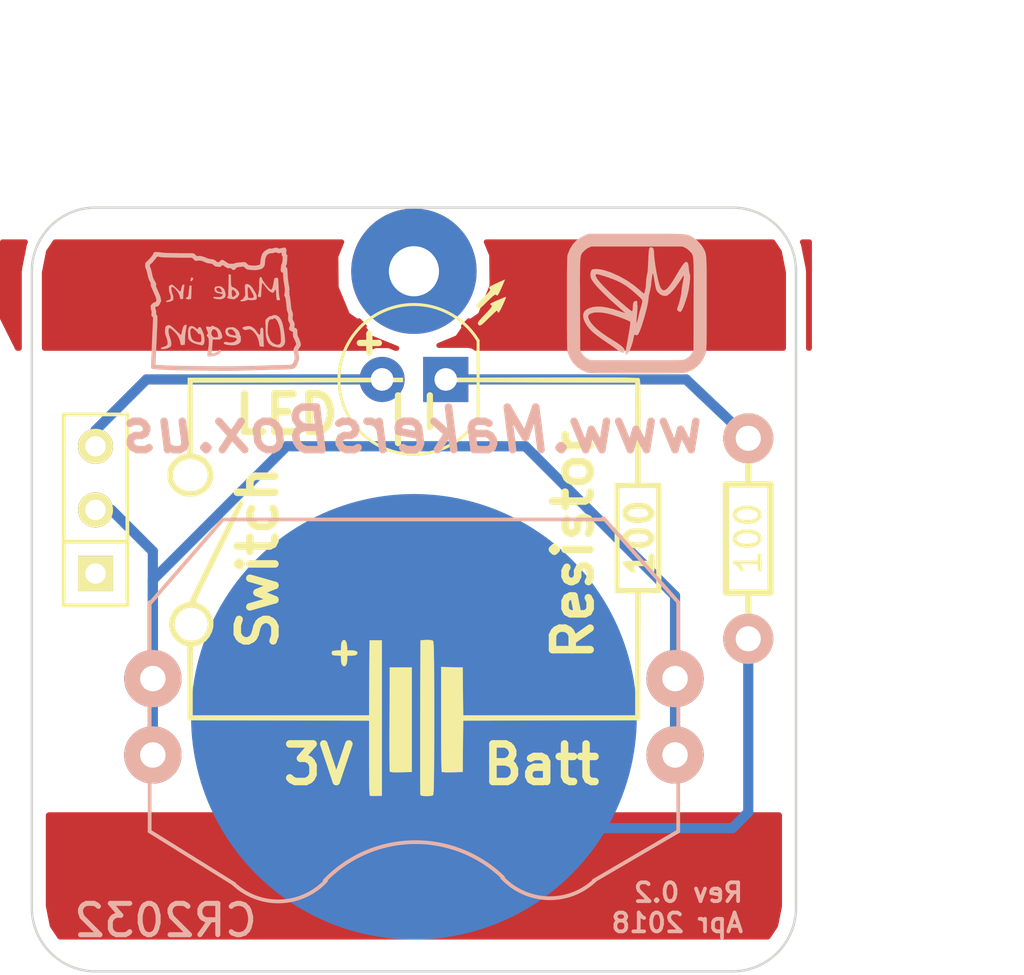
<source format=kicad_pcb>
(kicad_pcb (version 4) (host pcbnew 4.0.7)

  (general
    (links 7)
    (no_connects 0)
    (area 159.969999 72.339999 190.550001 102.920001)
    (thickness 1.6)
    (drawings 21)
    (tracks 22)
    (zones 0)
    (modules 9)
    (nets 6)
  )

  (page USLetter)
  (layers
    (0 F.Cu signal)
    (31 B.Cu signal)
    (34 B.Paste user)
    (35 F.Paste user)
    (36 B.SilkS user hide)
    (37 F.SilkS user)
    (38 B.Mask user)
    (39 F.Mask user)
    (40 Dwgs.User user)
    (44 Edge.Cuts user)
    (47 F.CrtYd user)
  )

  (setup
    (last_trace_width 0.1524)
    (user_trace_width 0.254)
    (user_trace_width 0.3048)
    (user_trace_width 0.4064)
    (user_trace_width 0.6096)
    (user_trace_width 2.032)
    (trace_clearance 0.1524)
    (zone_clearance 0.35)
    (zone_45_only no)
    (trace_min 0.1524)
    (segment_width 0.254)
    (edge_width 0.1)
    (via_size 0.6858)
    (via_drill 0.3302)
    (via_min_size 0.6858)
    (via_min_drill 0.3302)
    (user_via 1 0.5)
    (uvia_size 0.762)
    (uvia_drill 0.508)
    (uvias_allowed no)
    (uvia_min_size 0.508)
    (uvia_min_drill 0.127)
    (pcb_text_width 0.3)
    (pcb_text_size 1.5 1.5)
    (mod_edge_width 0.15)
    (mod_text_size 1 1)
    (mod_text_width 0.15)
    (pad_size 5 5)
    (pad_drill 2)
    (pad_to_mask_clearance 0)
    (aux_axis_origin 0 0)
    (grid_origin 210.82 95.25)
    (visible_elements 7FFCFFFF)
    (pcbplotparams
      (layerselection 0x010f0_80000001)
      (usegerberextensions true)
      (excludeedgelayer true)
      (linewidth 0.100000)
      (plotframeref false)
      (viasonmask false)
      (mode 1)
      (useauxorigin false)
      (hpglpennumber 1)
      (hpglpenspeed 20)
      (hpglpendiameter 15)
      (hpglpenoverlay 2)
      (psnegative false)
      (psa4output false)
      (plotreference true)
      (plotvalue true)
      (plotinvisibletext false)
      (padsonsilk false)
      (subtractmaskfromsilk false)
      (outputformat 1)
      (mirror false)
      (drillshape 0)
      (scaleselection 1)
      (outputdirectory gerbers/))
  )

  (net 0 "")
  (net 1 "Net-(BT1-Pad1)")
  (net 2 "Net-(D1-Pad1)")
  (net 3 "Net-(D1-Pad2)")
  (net 4 "Net-(BT1-Pad2)")
  (net 5 "Net-(SW1-Pad1)")

  (net_class Default "This is the default net class."
    (clearance 0.1524)
    (trace_width 0.1524)
    (via_dia 0.6858)
    (via_drill 0.3302)
    (uvia_dia 0.762)
    (uvia_drill 0.508)
    (add_net "Net-(BT1-Pad1)")
    (add_net "Net-(BT1-Pad2)")
    (add_net "Net-(D1-Pad1)")
    (add_net "Net-(D1-Pad2)")
    (add_net "Net-(SW1-Pad1)")
  )

  (module footprints:Resistor_Horz (layer F.Cu) (tedit 5AA1ED04) (tstamp 5A813C37)
    (at 188.595 85.598 270)
    (descr "Resistor, Axial,  RM 10mm, 1/3W,")
    (tags "Resistor, Axial, RM 10mm, 1/3W,")
    (path /59376ABD)
    (fp_text reference R1 (at 0 2.54 360) (layer F.SilkS) hide
      (effects (font (size 1 1) (thickness 0.15)))
    )
    (fp_text value 100 (at 0 0 270) (layer F.SilkS)
      (effects (font (size 1 1) (thickness 0.15)))
    )
    (fp_line (start 2.159 0.889) (end 2.159 -0.889) (layer F.SilkS) (width 0.254))
    (fp_line (start 2.159 -0.889) (end -2.159 -0.889) (layer F.SilkS) (width 0.254))
    (fp_line (start -2.159 0.889) (end 2.159 0.889) (layer F.SilkS) (width 0.254))
    (fp_line (start -2.159 0) (end -2.921 0) (layer F.SilkS) (width 0.254))
    (fp_line (start 2.159 0) (end 2.921 0) (layer F.SilkS) (width 0.254))
    (fp_line (start -2.159 0.889) (end -2.159 -0.889) (layer F.SilkS) (width 0.254))
    (pad 1 thru_hole circle (at -4 0 270) (size 1.99898 1.99898) (drill 1.00076) (layers *.Cu *.SilkS *.Mask)
      (net 2 "Net-(D1-Pad1)"))
    (pad 2 thru_hole circle (at 4 0 270) (size 1.99898 1.99898) (drill 1.00076) (layers *.Cu *.SilkS *.Mask)
      (net 4 "Net-(BT1-Pad2)"))
  )

  (module Pin_Headers:Pin_Header_Straight_1x01_Pitch2.54mm (layer F.Cu) (tedit 5AE3135B) (tstamp 5A812002)
    (at 175.26 74.93)
    (descr "Through hole straight pin header, 1x01, 2.54mm pitch, single row")
    (tags "Through hole pin header THT 1x01 2.54mm single row")
    (fp_text reference REF** (at 0 -2.33) (layer F.SilkS) hide
      (effects (font (size 1 1) (thickness 0.15)))
    )
    (fp_text value Pin_Header_Straight_1x01_Pitch2.54mm (at 0 1) (layer F.Fab) hide
      (effects (font (size 0.127 0.127) (thickness 0.03175)))
    )
    (fp_line (start -0.635 -1.27) (end 1.27 -1.27) (layer F.Fab) (width 0.1))
    (fp_line (start 1.27 -1.27) (end 1.27 1.27) (layer F.Fab) (width 0.1))
    (fp_line (start 1.27 1.27) (end -1.27 1.27) (layer F.Fab) (width 0.1))
    (fp_line (start -1.27 1.27) (end -1.27 -0.635) (layer F.Fab) (width 0.1))
    (fp_line (start -1.27 -0.635) (end -0.635 -1.27) (layer F.Fab) (width 0.1))
    (fp_line (start -1.8 -1.8) (end -1.8 1.8) (layer F.CrtYd) (width 0.05))
    (fp_line (start -1.8 1.8) (end 1.8 1.8) (layer F.CrtYd) (width 0.05))
    (fp_line (start 1.8 1.8) (end 1.8 -1.8) (layer F.CrtYd) (width 0.05))
    (fp_line (start 1.8 -1.8) (end -1.8 -1.8) (layer F.CrtYd) (width 0.05))
    (pad 1 thru_hole circle (at 0 0) (size 5 5) (drill 2) (layers *.Cu B.Mask))
  )

  (module myFootPrints:MadeInOregonRev25 (layer F.Cu) (tedit 0) (tstamp 5A8109E1)
    (at 167.64 76.454)
    (fp_text reference VAL (at 0 0) (layer F.SilkS) hide
      (effects (font (size 1.143 1.143) (thickness 0.1778)))
    )
    (fp_text value MadeInOregonRev25 (at 0 0) (layer F.SilkS) hide
      (effects (font (size 1.143 1.143) (thickness 0.1778)))
    )
    (fp_poly (pts (xy -3.09626 -1.76022) (xy -3.09626 -1.72212) (xy -3.09372 -1.69672) (xy -3.09118 -1.67386)
      (xy -3.0861 -1.65608) (xy -3.07594 -1.63576) (xy -3.0734 -1.62814) (xy -3.0607 -1.6002)
      (xy -3.05054 -1.5748) (xy -3.04038 -1.54432) (xy -3.03022 -1.50876) (xy -3.02006 -1.46304)
      (xy -3.00736 -1.4097) (xy -3.00228 -1.39192) (xy -2.98704 -1.31826) (xy -2.96926 -1.2573)
      (xy -2.95402 -1.20396) (xy -2.9337 -1.15824) (xy -2.91338 -1.1176) (xy -2.91338 -1.74752)
      (xy -2.91338 -1.76276) (xy -2.91084 -1.77546) (xy -2.90322 -1.78816) (xy -2.89052 -1.8034)
      (xy -2.86766 -1.82118) (xy -2.8575 -1.83134) (xy -2.82956 -1.8542) (xy -2.80416 -1.8796)
      (xy -2.78638 -1.90246) (xy -2.77876 -1.91008) (xy -2.76606 -1.92786) (xy -2.74574 -1.95326)
      (xy -2.72034 -1.98374) (xy -2.69494 -2.01422) (xy -2.6924 -2.01676) (xy -2.66954 -2.0447)
      (xy -2.64922 -2.0701) (xy -2.63652 -2.08788) (xy -2.6289 -2.09804) (xy -2.6289 -2.10058)
      (xy -2.62382 -2.10566) (xy -2.60604 -2.10566) (xy -2.58064 -2.10566) (xy -2.55016 -2.10058)
      (xy -2.51968 -2.0955) (xy -2.50952 -2.09296) (xy -2.49682 -2.09042) (xy -2.48412 -2.08534)
      (xy -2.46888 -2.08534) (xy -2.4511 -2.0828) (xy -2.4257 -2.08026) (xy -2.39268 -2.07772)
      (xy -2.35458 -2.07772) (xy -2.30632 -2.07518) (xy -2.2479 -2.07518) (xy -2.17678 -2.07264)
      (xy -2.09296 -2.0701) (xy -2.03962 -2.0701) (xy -1.95326 -2.06756) (xy -1.8669 -2.06756)
      (xy -1.78054 -2.06502) (xy -1.69672 -2.06502) (xy -1.61798 -2.06248) (xy -1.54686 -2.06248)
      (xy -1.48336 -2.06248) (xy -1.4351 -2.06248) (xy -1.4224 -2.06248) (xy -1.22936 -2.06248)
      (xy -1.1684 -2.00152) (xy -1.10744 -1.9431) (xy -1.0668 -1.9431) (xy -1.03886 -1.9431)
      (xy -1.0033 -1.94564) (xy -0.97536 -1.95072) (xy -0.94234 -1.95326) (xy -0.91186 -1.95072)
      (xy -0.87884 -1.94564) (xy -0.8382 -1.93548) (xy -0.79248 -1.9177) (xy -0.7366 -1.89484)
      (xy -0.72136 -1.88976) (xy -0.67818 -1.86944) (xy -0.64516 -1.85674) (xy -0.61722 -1.84912)
      (xy -0.59182 -1.84404) (xy -0.56388 -1.83896) (xy -0.5461 -1.83642) (xy -0.50038 -1.83134)
      (xy -0.46482 -1.82626) (xy -0.43688 -1.81864) (xy -0.41656 -1.80848) (xy -0.39624 -1.79578)
      (xy -0.37592 -1.77546) (xy -0.37338 -1.77292) (xy -0.35052 -1.7526) (xy -0.32512 -1.73482)
      (xy -0.30734 -1.72212) (xy -0.30734 -1.72212) (xy -0.28702 -1.71704) (xy -0.25654 -1.71196)
      (xy -0.22098 -1.70434) (xy -0.18288 -1.7018) (xy -0.14986 -1.69672) (xy -0.12446 -1.69672)
      (xy -0.10922 -1.69926) (xy -0.09652 -1.70688) (xy -0.07366 -1.71958) (xy -0.05334 -1.73736)
      (xy -0.03048 -1.75768) (xy -0.01524 -1.7653) (xy -0.00508 -1.76784) (xy 0 -1.7653)
      (xy 0.01016 -1.75768) (xy 0.03048 -1.74498) (xy 0.05842 -1.7272) (xy 0.0889 -1.70688)
      (xy 0.09652 -1.7018) (xy 0.18288 -1.64846) (xy 0.25908 -1.64592) (xy 0.29464 -1.64338)
      (xy 0.3175 -1.64084) (xy 0.3302 -1.6383) (xy 0.34036 -1.63322) (xy 0.34544 -1.6256)
      (xy 0.34798 -1.62052) (xy 0.3683 -1.59766) (xy 0.39624 -1.58242) (xy 0.42672 -1.5748)
      (xy 0.4318 -1.5748) (xy 0.45974 -1.58242) (xy 0.48768 -1.6002) (xy 0.51562 -1.63068)
      (xy 0.52578 -1.64338) (xy 0.53848 -1.65608) (xy 0.5461 -1.66624) (xy 0.55626 -1.67386)
      (xy 0.56896 -1.68148) (xy 0.58928 -1.68402) (xy 0.61468 -1.6891) (xy 0.65278 -1.69418)
      (xy 0.70104 -1.69672) (xy 0.71628 -1.69926) (xy 0.8255 -1.70942) (xy 0.85598 -1.68148)
      (xy 0.89154 -1.64846) (xy 0.9271 -1.62306) (xy 0.95758 -1.60274) (xy 0.96774 -1.59766)
      (xy 0.9906 -1.59258) (xy 1.02362 -1.5875) (xy 1.0668 -1.58242) (xy 1.11252 -1.57734)
      (xy 1.16332 -1.57226) (xy 1.21158 -1.56972) (xy 1.2573 -1.56972) (xy 1.25984 -1.56972)
      (xy 1.3081 -1.56972) (xy 1.35128 -1.5748) (xy 1.39446 -1.57988) (xy 1.44272 -1.59004)
      (xy 1.48844 -1.6002) (xy 1.52146 -1.61036) (xy 1.54686 -1.62306) (xy 1.56972 -1.63576)
      (xy 1.59258 -1.65608) (xy 1.61798 -1.68148) (xy 1.63576 -1.7018) (xy 1.651 -1.72212)
      (xy 1.65862 -1.74498) (xy 1.66624 -1.77292) (xy 1.67386 -1.80848) (xy 1.6764 -1.85166)
      (xy 1.68148 -1.90246) (xy 1.6891 -1.9812) (xy 1.7018 -2.04978) (xy 1.72212 -2.10566)
      (xy 1.74752 -2.15138) (xy 1.75006 -2.15646) (xy 1.77546 -2.18186) (xy 1.81356 -2.2098)
      (xy 1.82626 -2.21742) (xy 1.8542 -2.23012) (xy 1.87706 -2.24028) (xy 1.89484 -2.24282)
      (xy 1.9177 -2.24282) (xy 1.92024 -2.24282) (xy 1.95834 -2.24282) (xy 2.00152 -2.25044)
      (xy 2.032 -2.25806) (xy 2.0701 -2.27076) (xy 2.09804 -2.27584) (xy 2.11582 -2.27838)
      (xy 2.13106 -2.2733) (xy 2.1463 -2.26822) (xy 2.15392 -2.26314) (xy 2.1844 -2.2479)
      (xy 2.22758 -2.24282) (xy 2.27584 -2.2479) (xy 2.29108 -2.25298) (xy 2.31394 -2.25806)
      (xy 2.33426 -2.26314) (xy 2.34188 -2.26314) (xy 2.34188 -2.25806) (xy 2.34442 -2.23774)
      (xy 2.34442 -2.21488) (xy 2.34442 -2.21234) (xy 2.34442 -2.1844) (xy 2.34696 -2.16408)
      (xy 2.35204 -2.1463) (xy 2.36474 -2.12852) (xy 2.3876 -2.0955) (xy 2.37998 -1.97612)
      (xy 2.37744 -1.9304) (xy 2.37236 -1.89738) (xy 2.36982 -1.87198) (xy 2.36474 -1.8542)
      (xy 2.35966 -1.83896) (xy 2.35204 -1.82372) (xy 2.34696 -1.8161) (xy 2.33172 -1.78562)
      (xy 2.3241 -1.75768) (xy 2.3241 -1.73736) (xy 2.32156 -1.70942) (xy 2.31902 -1.68656)
      (xy 2.31648 -1.67894) (xy 2.31394 -1.66116) (xy 2.30886 -1.63576) (xy 2.30886 -1.60274)
      (xy 2.30886 -1.59004) (xy 2.30886 -1.55702) (xy 2.30886 -1.5367) (xy 2.31394 -1.52146)
      (xy 2.32156 -1.5113) (xy 2.33172 -1.4986) (xy 2.33426 -1.49606) (xy 2.35458 -1.48082)
      (xy 2.3749 -1.4732) (xy 2.37744 -1.47066) (xy 2.3876 -1.47066) (xy 2.39268 -1.46558)
      (xy 2.39776 -1.45034) (xy 2.4003 -1.42494) (xy 2.40284 -1.39192) (xy 2.40538 -1.35382)
      (xy 2.40538 -1.33096) (xy 2.40792 -1.28778) (xy 2.413 -1.2319) (xy 2.42062 -1.16078)
      (xy 2.43332 -1.07442) (xy 2.4511 -0.97536) (xy 2.4511 -0.96774) (xy 2.45872 -0.92456)
      (xy 2.4638 -0.88392) (xy 2.46888 -0.85344) (xy 2.47142 -0.83058) (xy 2.47396 -0.82296)
      (xy 2.47396 -0.81026) (xy 2.47142 -0.7874) (xy 2.47142 -0.75692) (xy 2.46888 -0.72644)
      (xy 2.46888 -0.69342) (xy 2.46634 -0.66294) (xy 2.4638 -0.64262) (xy 2.46126 -0.635)
      (xy 2.4511 -0.6096) (xy 2.44856 -0.57912) (xy 2.4511 -0.54864) (xy 2.46126 -0.52324)
      (xy 2.4765 -0.51054) (xy 2.48412 -0.49784) (xy 2.49174 -0.47244) (xy 2.5019 -0.4318)
      (xy 2.50952 -0.37592) (xy 2.51968 -0.30734) (xy 2.5273 -0.2286) (xy 2.53238 -0.16764)
      (xy 2.53746 -0.1143) (xy 2.54254 -0.0635) (xy 2.54762 -0.02032) (xy 2.5527 0.01524)
      (xy 2.55524 0.04064) (xy 2.55778 0.05334) (xy 2.56794 0.07366) (xy 2.5781 0.1016)
      (xy 2.58826 0.127) (xy 2.59588 0.14732) (xy 2.6035 0.16256) (xy 2.60604 0.18034)
      (xy 2.60858 0.20066) (xy 2.60858 0.22606) (xy 2.60604 0.25908) (xy 2.6035 0.3048)
      (xy 2.6035 0.32512) (xy 2.60096 0.37084) (xy 2.60096 0.4064) (xy 2.60604 0.43434)
      (xy 2.61366 0.45974) (xy 2.62636 0.48768) (xy 2.64668 0.5207) (xy 2.66446 0.5588)
      (xy 2.67462 0.58674) (xy 2.6797 0.61468) (xy 2.67462 0.64262) (xy 2.66446 0.68072)
      (xy 2.65938 0.69088) (xy 2.64668 0.72898) (xy 2.63906 0.75946) (xy 2.63906 0.77978)
      (xy 2.6416 0.79756) (xy 2.64922 0.8128) (xy 2.64922 0.81534) (xy 2.66446 0.83058)
      (xy 2.68986 0.84836) (xy 2.72034 0.86614) (xy 2.75336 0.87884) (xy 2.77368 0.88646)
      (xy 2.794 0.89154) (xy 2.794 0.98044) (xy 2.794 1.07188) (xy 2.82448 1.13538)
      (xy 2.8575 1.20396) (xy 2.8829 1.26238) (xy 2.90322 1.31064) (xy 2.91592 1.3462)
      (xy 2.921 1.36652) (xy 2.92354 1.3843) (xy 2.92354 1.39954) (xy 2.91592 1.41478)
      (xy 2.90068 1.4351) (xy 2.90068 1.43764) (xy 2.87274 1.47828) (xy 2.84988 1.51638)
      (xy 2.8321 1.5621) (xy 2.82448 1.59004) (xy 2.80924 1.64338) (xy 2.8321 1.74244)
      (xy 2.84734 1.80848) (xy 2.85496 1.86182) (xy 2.86004 1.90754) (xy 2.86004 1.94818)
      (xy 2.85242 1.98628) (xy 2.84226 2.02438) (xy 2.84226 2.02438) (xy 2.82702 2.06756)
      (xy 2.81432 2.10566) (xy 2.79908 2.13868) (xy 2.78892 2.16154) (xy 2.77876 2.1717)
      (xy 2.77876 2.17424) (xy 2.7686 2.17678) (xy 2.74828 2.1844) (xy 2.74066 2.18948)
      (xy 2.7178 2.1971) (xy 2.68224 2.20472) (xy 2.63398 2.2098) (xy 2.57302 2.21234)
      (xy 2.49682 2.21488) (xy 2.40792 2.21742) (xy 2.30632 2.21742) (xy 2.29616 2.21742)
      (xy 2.24028 2.21996) (xy 2.17424 2.21996) (xy 2.10058 2.2225) (xy 2.02184 2.2225)
      (xy 1.9431 2.22504) (xy 1.86944 2.23012) (xy 1.84912 2.23012) (xy 1.6129 2.23774)
      (xy 1.38684 2.2479) (xy 1.16332 2.25298) (xy 0.9398 2.25806) (xy 0.71882 2.26314)
      (xy 0.4953 2.26568) (xy 0.26924 2.26822) (xy 0.03556 2.26822) (xy -0.2032 2.26822)
      (xy -0.45466 2.26822) (xy -0.71628 2.26568) (xy -0.84836 2.26314) (xy -1.03378 2.2606)
      (xy -1.20396 2.25806) (xy -1.36144 2.25552) (xy -1.50622 2.25298) (xy -1.64084 2.25044)
      (xy -1.7653 2.2479) (xy -1.88214 2.24536) (xy -1.98882 2.24282) (xy -2.08788 2.23774)
      (xy -2.17932 2.2352) (xy -2.26822 2.23266) (xy -2.35204 2.22758) (xy -2.39776 2.22504)
      (xy -2.46126 2.2225) (xy -2.51968 2.21742) (xy -2.57302 2.21488) (xy -2.61874 2.21234)
      (xy -2.65176 2.2098) (xy -2.67462 2.2098) (xy -2.68732 2.2098) (xy -2.68732 2.2098)
      (xy -2.68732 2.20218) (xy -2.68478 2.17932) (xy -2.68478 2.1463) (xy -2.68224 2.09804)
      (xy -2.6797 2.03962) (xy -2.67716 1.97104) (xy -2.67208 1.8923) (xy -2.66954 1.80594)
      (xy -2.66446 1.70942) (xy -2.65938 1.60782) (xy -2.65684 1.50114) (xy -2.65176 1.38684)
      (xy -2.64414 1.27) (xy -2.64414 1.25476) (xy -2.63906 1.11506) (xy -2.63398 0.98806)
      (xy -2.6289 0.87376) (xy -2.62382 0.77216) (xy -2.61874 0.68326) (xy -2.6162 0.60452)
      (xy -2.61366 0.53848) (xy -2.61112 0.47752) (xy -2.61112 0.42926) (xy -2.61112 0.38608)
      (xy -2.61112 0.35306) (xy -2.61112 0.32258) (xy -2.61112 0.29972) (xy -2.61366 0.28194)
      (xy -2.6162 0.2667) (xy -2.61874 0.25654) (xy -2.62128 0.24638) (xy -2.62636 0.23876)
      (xy -2.63144 0.23368) (xy -2.63652 0.22606) (xy -2.6416 0.21844) (xy -2.6543 0.2032)
      (xy -2.66192 0.18796) (xy -2.66446 0.17272) (xy -2.66192 0.14732) (xy -2.66192 0.13716)
      (xy -2.66192 0.1016) (xy -2.66446 0.06858) (xy -2.67462 0.02794) (xy -2.67462 0.0254)
      (xy -2.68732 -0.01778) (xy -2.69494 -0.04826) (xy -2.69748 -0.07112) (xy -2.69748 -0.08382)
      (xy -2.69494 -0.09398) (xy -2.68732 -0.09906) (xy -2.68732 -0.1016) (xy -2.66954 -0.10668)
      (xy -2.64668 -0.1143) (xy -2.63652 -0.1143) (xy -2.60858 -0.12192) (xy -2.58572 -0.13208)
      (xy -2.5654 -0.14732) (xy -2.54762 -0.17018) (xy -2.52476 -0.20574) (xy -2.50698 -0.2413)
      (xy -2.4638 -0.3302) (xy -2.47142 -0.40894) (xy -2.4765 -0.43942) (xy -2.48158 -0.46736)
      (xy -2.4892 -0.49276) (xy -2.49682 -0.5207) (xy -2.50952 -0.55626) (xy -2.52984 -0.59944)
      (xy -2.53492 -0.61214) (xy -2.55524 -0.66294) (xy -2.5781 -0.71374) (xy -2.60096 -0.76708)
      (xy -2.62128 -0.8128) (xy -2.63144 -0.83058) (xy -2.64668 -0.86868) (xy -2.65938 -0.89662)
      (xy -2.667 -0.91694) (xy -2.66954 -0.92964) (xy -2.667 -0.9398) (xy -2.667 -0.94996)
      (xy -2.65938 -0.97536) (xy -2.65938 -1.00584) (xy -2.66954 -1.03886) (xy -2.68732 -1.0795)
      (xy -2.71272 -1.12776) (xy -2.71526 -1.1303) (xy -2.73812 -1.17094) (xy -2.75844 -1.2065)
      (xy -2.77368 -1.23698) (xy -2.78384 -1.26746) (xy -2.79654 -1.30048) (xy -2.8067 -1.34112)
      (xy -2.81686 -1.38684) (xy -2.82702 -1.43256) (xy -2.84226 -1.49606) (xy -2.85496 -1.54686)
      (xy -2.86512 -1.5875) (xy -2.87528 -1.62052) (xy -2.88544 -1.64846) (xy -2.89306 -1.67132)
      (xy -2.90068 -1.68148) (xy -2.9083 -1.70942) (xy -2.91338 -1.7399) (xy -2.91338 -1.74752)
      (xy -2.91338 -1.1176) (xy -2.91084 -1.11506) (xy -2.90576 -1.09982) (xy -2.88798 -1.07188)
      (xy -2.87782 -1.04902) (xy -2.87274 -1.03632) (xy -2.87274 -1.02616) (xy -2.87782 -1.016)
      (xy -2.88036 -0.99822) (xy -2.8829 -0.98044) (xy -2.87782 -0.95758) (xy -2.8702 -0.92964)
      (xy -2.85496 -0.89408) (xy -2.83464 -0.84582) (xy -2.8194 -0.81534) (xy -2.78384 -0.73406)
      (xy -2.74828 -0.65786) (xy -2.72034 -0.58928) (xy -2.69494 -0.52832) (xy -2.67462 -0.47752)
      (xy -2.66192 -0.43688) (xy -2.6543 -0.40894) (xy -2.6543 -0.4064) (xy -2.64922 -0.37846)
      (xy -2.65176 -0.36068) (xy -2.65684 -0.34036) (xy -2.66446 -0.32766) (xy -2.67462 -0.30734)
      (xy -2.68732 -0.29464) (xy -2.70256 -0.28702) (xy -2.72542 -0.28194) (xy -2.73812 -0.2794)
      (xy -2.75336 -0.27686) (xy -2.77114 -0.2667) (xy -2.78892 -0.25146) (xy -2.81686 -0.22606)
      (xy -2.82448 -0.2159) (xy -2.84988 -0.1905) (xy -2.86766 -0.17272) (xy -2.87782 -0.16002)
      (xy -2.8829 -0.14732) (xy -2.8829 -0.13208) (xy -2.8829 -0.12192) (xy -2.88036 -0.06858)
      (xy -2.86766 -0.00762) (xy -2.85242 0.05588) (xy -2.8448 0.08382) (xy -2.84226 0.10668)
      (xy -2.84226 0.12954) (xy -2.8448 0.16002) (xy -2.84734 0.1651) (xy -2.84988 0.19812)
      (xy -2.84988 0.22606) (xy -2.84226 0.24892) (xy -2.82448 0.27686) (xy -2.8067 0.29972)
      (xy -2.78384 0.32766) (xy -2.82702 1.3081) (xy -2.8321 1.42748) (xy -2.83718 1.54432)
      (xy -2.84226 1.65608) (xy -2.84734 1.76276) (xy -2.84988 1.86182) (xy -2.85496 1.95326)
      (xy -2.8575 2.03708) (xy -2.86004 2.11074) (xy -2.86258 2.17424) (xy -2.86512 2.22758)
      (xy -2.86512 2.26822) (xy -2.86512 2.29616) (xy -2.86512 2.3114) (xy -2.86512 2.3114)
      (xy -2.85496 2.3368) (xy -2.83464 2.35966) (xy -2.81178 2.3749) (xy -2.8067 2.37744)
      (xy -2.794 2.37998) (xy -2.76606 2.38252) (xy -2.72796 2.38506) (xy -2.6797 2.39014)
      (xy -2.62128 2.39268) (xy -2.55778 2.39776) (xy -2.48412 2.4003) (xy -2.40792 2.40538)
      (xy -2.32664 2.40792) (xy -2.24536 2.413) (xy -2.16154 2.41554) (xy -2.08026 2.41808)
      (xy -1.99898 2.42062) (xy -1.92278 2.42316) (xy -1.85166 2.4257) (xy -1.80848 2.42824)
      (xy -1.74752 2.42824) (xy -1.67386 2.43078) (xy -1.59004 2.43078) (xy -1.4986 2.43332)
      (xy -1.397 2.43586) (xy -1.29032 2.43586) (xy -1.1811 2.4384) (xy -1.0668 2.4384)
      (xy -0.95504 2.44094) (xy -0.84582 2.44348) (xy -0.80264 2.44348) (xy -0.70104 2.44348)
      (xy -0.59944 2.44602) (xy -0.50038 2.44602) (xy -0.40386 2.44856) (xy -0.31496 2.44856)
      (xy -0.23114 2.44856) (xy -0.15748 2.4511) (xy -0.09398 2.4511) (xy -0.04064 2.4511)
      (xy 0 2.4511) (xy 0.02286 2.4511) (xy 0.05842 2.4511) (xy 0.10922 2.4511)
      (xy 0.17018 2.4511) (xy 0.2413 2.4511) (xy 0.3175 2.4511) (xy 0.39878 2.44856)
      (xy 0.4826 2.44856) (xy 0.56642 2.44602) (xy 0.60198 2.44602) (xy 0.75692 2.44348)
      (xy 0.90678 2.4384) (xy 1.0541 2.43586) (xy 1.1938 2.43078) (xy 1.32588 2.42824)
      (xy 1.45034 2.42316) (xy 1.56464 2.42062) (xy 1.66624 2.41808) (xy 1.7526 2.413)
      (xy 1.77038 2.413) (xy 1.82626 2.41046) (xy 1.8923 2.40792) (xy 1.96342 2.40792)
      (xy 2.03454 2.40538) (xy 2.10312 2.40538) (xy 2.12852 2.40538) (xy 2.19456 2.40538)
      (xy 2.26822 2.40284) (xy 2.3495 2.40284) (xy 2.42824 2.39776) (xy 2.50444 2.39522)
      (xy 2.54254 2.39522) (xy 2.75844 2.38252) (xy 2.82956 2.3495) (xy 2.86258 2.33172)
      (xy 2.88798 2.31902) (xy 2.90576 2.30632) (xy 2.91084 2.30124) (xy 2.92608 2.28092)
      (xy 2.94132 2.25044) (xy 2.96164 2.2098) (xy 2.97942 2.16662) (xy 2.9972 2.12344)
      (xy 3.01244 2.08534) (xy 3.02514 2.0447) (xy 3.03276 2.01168) (xy 3.03784 1.98628)
      (xy 3.04038 1.9558) (xy 3.04038 1.93548) (xy 3.0353 1.86182) (xy 3.0226 1.778)
      (xy 3.00736 1.70434) (xy 2.99974 1.66878) (xy 2.99974 1.64084) (xy 3.00736 1.61036)
      (xy 3.0226 1.57734) (xy 3.04546 1.53924) (xy 3.0607 1.52146) (xy 3.08356 1.4859)
      (xy 3.0988 1.4605) (xy 3.10642 1.4351) (xy 3.10896 1.4097) (xy 3.10642 1.37668)
      (xy 3.0988 1.33858) (xy 3.09118 1.3081) (xy 3.07848 1.26746) (xy 3.0607 1.22174)
      (xy 3.04038 1.1684) (xy 3.01498 1.1176) (xy 2.99466 1.07442) (xy 2.98704 1.05664)
      (xy 2.97942 1.0414) (xy 2.97688 1.02362) (xy 2.97434 1.0033) (xy 2.97434 0.97282)
      (xy 2.97434 0.93218) (xy 2.97434 0.9271) (xy 2.9718 0.87884) (xy 2.96926 0.8382)
      (xy 2.96418 0.81026) (xy 2.95148 0.7874) (xy 2.9337 0.76708) (xy 2.90576 0.7493)
      (xy 2.86766 0.72898) (xy 2.84734 0.71882) (xy 2.84734 0.7112) (xy 2.84988 0.69342)
      (xy 2.85496 0.66802) (xy 2.8575 0.6604) (xy 2.86258 0.61468) (xy 2.86258 0.5842)
      (xy 2.86258 0.57658) (xy 2.84988 0.5334) (xy 2.82956 0.48768) (xy 2.8067 0.44196)
      (xy 2.79908 0.42926) (xy 2.79146 0.41656) (xy 2.78638 0.40386) (xy 2.7813 0.38862)
      (xy 2.7813 0.37084) (xy 2.7813 0.34798) (xy 2.7813 0.3175) (xy 2.78638 0.27432)
      (xy 2.79146 0.22098) (xy 2.79146 0.21844) (xy 2.79146 0.19304) (xy 2.79146 0.16764)
      (xy 2.78384 0.1397) (xy 2.77622 0.11176) (xy 2.76352 0.07874) (xy 2.75336 0.04826)
      (xy 2.7432 0.0254) (xy 2.74066 0.02032) (xy 2.73558 0.00762) (xy 2.7305 -0.0127)
      (xy 2.72796 -0.04064) (xy 2.72288 -0.07874) (xy 2.7178 -0.12954) (xy 2.71272 -0.1905)
      (xy 2.7051 -0.25908) (xy 2.69748 -0.32512) (xy 2.68986 -0.38862) (xy 2.6797 -0.44958)
      (xy 2.67208 -0.50292) (xy 2.66446 -0.5461) (xy 2.6543 -0.57658) (xy 2.65176 -0.58674)
      (xy 2.65176 -0.60452) (xy 2.6543 -0.6223) (xy 2.65684 -0.6477) (xy 2.65176 -0.68326)
      (xy 2.65176 -0.68326) (xy 2.64668 -0.71628) (xy 2.64922 -0.75184) (xy 2.65176 -0.76962)
      (xy 2.6543 -0.79248) (xy 2.65684 -0.8128) (xy 2.6543 -0.83566) (xy 2.65176 -0.8636)
      (xy 2.64414 -0.90424) (xy 2.6416 -0.91948) (xy 2.62382 -1.01346) (xy 2.61112 -1.09982)
      (xy 2.60096 -1.1811) (xy 2.59334 -1.26238) (xy 2.58572 -1.35128) (xy 2.58064 -1.42748)
      (xy 2.5781 -1.49352) (xy 2.57302 -1.54432) (xy 2.57048 -1.58496) (xy 2.5654 -1.61544)
      (xy 2.56286 -1.6383) (xy 2.55524 -1.65608) (xy 2.54762 -1.66878) (xy 2.53746 -1.6764)
      (xy 2.52984 -1.68402) (xy 2.51714 -1.69418) (xy 2.51206 -1.70688) (xy 2.5146 -1.72466)
      (xy 2.52222 -1.75006) (xy 2.53238 -1.77546) (xy 2.53238 -1.77546) (xy 2.54 -1.78816)
      (xy 2.54254 -1.79832) (xy 2.54762 -1.81102) (xy 2.55016 -1.8288) (xy 2.5527 -1.85166)
      (xy 2.55524 -1.88214) (xy 2.55778 -1.92532) (xy 2.56286 -1.97866) (xy 2.56286 -2.0066)
      (xy 2.57302 -2.159) (xy 2.54762 -2.18948) (xy 2.52222 -2.21996) (xy 2.52984 -2.29616)
      (xy 2.53238 -2.34442) (xy 2.53238 -2.37998) (xy 2.52984 -2.40538) (xy 2.51968 -2.4257)
      (xy 2.50698 -2.44094) (xy 2.50444 -2.44348) (xy 2.4892 -2.45618) (xy 2.47142 -2.46126)
      (xy 2.44856 -2.4638) (xy 2.42062 -2.4638) (xy 2.38252 -2.45618) (xy 2.33172 -2.44602)
      (xy 2.32664 -2.44348) (xy 2.2352 -2.42316) (xy 2.19964 -2.44348) (xy 2.17424 -2.45618)
      (xy 2.15138 -2.4638) (xy 2.12344 -2.4638) (xy 2.09296 -2.45872) (xy 2.04978 -2.4511)
      (xy 2.0193 -2.44348) (xy 1.98374 -2.43332) (xy 1.9558 -2.4257) (xy 1.93802 -2.42316)
      (xy 1.92024 -2.4257) (xy 1.90754 -2.42824) (xy 1.88722 -2.43078) (xy 1.86944 -2.43078)
      (xy 1.84912 -2.42824) (xy 1.82372 -2.41808) (xy 1.79324 -2.40284) (xy 1.76022 -2.38506)
      (xy 1.71958 -2.3622) (xy 1.6891 -2.34442) (xy 1.66624 -2.32664) (xy 1.64846 -2.3114)
      (xy 1.63068 -2.29362) (xy 1.6129 -2.27076) (xy 1.59258 -2.2479) (xy 1.57734 -2.22504)
      (xy 1.56718 -2.20472) (xy 1.55702 -2.17932) (xy 1.54432 -2.1463) (xy 1.53162 -2.10312)
      (xy 1.52908 -2.09296) (xy 1.51638 -2.0447) (xy 1.50876 -2.00406) (xy 1.50368 -1.96596)
      (xy 1.4986 -1.92278) (xy 1.4986 -1.90754) (xy 1.49606 -1.86182) (xy 1.49352 -1.8288)
      (xy 1.4859 -1.80594) (xy 1.4732 -1.7907) (xy 1.45288 -1.778) (xy 1.4224 -1.77038)
      (xy 1.39446 -1.76276) (xy 1.3335 -1.7526) (xy 1.26238 -1.74752) (xy 1.18364 -1.75006)
      (xy 1.10998 -1.75768) (xy 1.03124 -1.7653) (xy 0.9652 -1.82372) (xy 0.9398 -1.84912)
      (xy 0.9144 -1.8669) (xy 0.89408 -1.88214) (xy 0.88392 -1.88722) (xy 0.86868 -1.88722)
      (xy 0.84328 -1.88722) (xy 0.80518 -1.88722) (xy 0.762 -1.88214) (xy 0.7112 -1.8796)
      (xy 0.6604 -1.87452) (xy 0.6096 -1.86944) (xy 0.56642 -1.86436) (xy 0.52324 -1.85674)
      (xy 0.49276 -1.85166) (xy 0.47244 -1.8415) (xy 0.45974 -1.83642) (xy 0.44958 -1.8288)
      (xy 0.43942 -1.82372) (xy 0.42418 -1.82118) (xy 0.40386 -1.82118) (xy 0.37592 -1.82118)
      (xy 0.33782 -1.82118) (xy 0.23622 -1.82372) (xy 0.13208 -1.8923) (xy 0.09398 -1.9177)
      (xy 0.06096 -1.93802) (xy 0.03302 -1.9558) (xy 0.0127 -1.96596) (xy 0.00508 -1.97104)
      (xy -0.02286 -1.97866) (xy -0.04826 -1.97358) (xy -0.07874 -1.95834) (xy -0.1143 -1.92786)
      (xy -0.11684 -1.92532) (xy -0.1397 -1.905) (xy -0.15748 -1.8923) (xy -0.17272 -1.88468)
      (xy -0.18796 -1.88214) (xy -0.19304 -1.88214) (xy -0.21082 -1.88468) (xy -0.22352 -1.88722)
      (xy -0.2413 -1.89992) (xy -0.26162 -1.9177) (xy -0.27178 -1.92786) (xy -0.30226 -1.95326)
      (xy -0.33528 -1.97358) (xy -0.37338 -1.98882) (xy -0.41656 -1.99898) (xy -0.47244 -2.00914)
      (xy -0.50038 -2.01168) (xy -0.53848 -2.01676) (xy -0.56896 -2.02438) (xy -0.59944 -2.03454)
      (xy -0.635 -2.04724) (xy -0.66548 -2.05994) (xy -0.70866 -2.07772) (xy -0.75692 -2.0955)
      (xy -0.80264 -2.11074) (xy -0.83058 -2.11836) (xy -0.86868 -2.12598) (xy -0.89662 -2.1336)
      (xy -0.91948 -2.1336) (xy -0.94234 -2.1336) (xy -0.97282 -2.13106) (xy -1.03378 -2.12344)
      (xy -1.0922 -2.17678) (xy -1.12776 -2.2098) (xy -1.1557 -2.23012) (xy -1.17348 -2.2352)
      (xy -1.18618 -2.23774) (xy -1.21412 -2.23774) (xy -1.24968 -2.24028) (xy -1.2954 -2.24028)
      (xy -1.3462 -2.24028) (xy -1.40208 -2.24028) (xy -1.40462 -2.24028) (xy -1.48844 -2.24028)
      (xy -1.57734 -2.24282) (xy -1.66878 -2.24282) (xy -1.76022 -2.24282) (xy -1.85166 -2.24536)
      (xy -1.94056 -2.2479) (xy -2.02438 -2.2479) (xy -2.10566 -2.25044) (xy -2.18186 -2.25298)
      (xy -2.25044 -2.25552) (xy -2.30886 -2.25806) (xy -2.35966 -2.2606) (xy -2.39776 -2.26314)
      (xy -2.42316 -2.26568) (xy -2.43586 -2.26822) (xy -2.45364 -2.27076) (xy -2.48666 -2.27584)
      (xy -2.52476 -2.28092) (xy -2.5654 -2.28346) (xy -2.58572 -2.286) (xy -2.63144 -2.28854)
      (xy -2.66446 -2.29108) (xy -2.68732 -2.29108) (xy -2.7051 -2.29108) (xy -2.7178 -2.28854)
      (xy -2.72796 -2.28346) (xy -2.7305 -2.28092) (xy -2.7559 -2.2606) (xy -2.77876 -2.22758)
      (xy -2.78892 -2.19202) (xy -2.79654 -2.17678) (xy -2.81178 -2.15392) (xy -2.8321 -2.13106)
      (xy -2.83718 -2.12344) (xy -2.86258 -2.09296) (xy -2.88544 -2.06502) (xy -2.90576 -2.04216)
      (xy -2.9083 -2.03708) (xy -2.92354 -2.0193) (xy -2.94894 -1.9939) (xy -2.97688 -1.96596)
      (xy -3.00482 -1.93802) (xy -3.03276 -1.91262) (xy -3.05816 -1.88976) (xy -3.07594 -1.87198)
      (xy -3.0861 -1.85928) (xy -3.0861 -1.85928) (xy -3.09118 -1.8415) (xy -3.09626 -1.81102)
      (xy -3.09626 -1.77038) (xy -3.09626 -1.76022) (xy -3.09626 -1.76022)) (layer B.SilkS) (width 0.00254))
    (fp_poly (pts (xy -0.67056 0.70358) (xy -0.67056 0.72136) (xy -0.66802 0.72644) (xy -0.66548 0.74676)
      (xy -0.65532 0.7747) (xy -0.64262 0.80772) (xy -0.63246 0.83312) (xy -0.61468 0.8763)
      (xy -0.60198 0.90932) (xy -0.59436 0.93218) (xy -0.59182 0.94996) (xy -0.5969 0.9652)
      (xy -0.60198 0.9779) (xy -0.61722 0.99568) (xy -0.63246 1.01092) (xy -0.64516 1.02362)
      (xy -0.6477 1.03632) (xy -0.64262 1.05156) (xy -0.62484 1.07188) (xy -0.6223 1.07696)
      (xy -0.59944 1.10236) (xy -0.5842 1.12522) (xy -0.57404 1.14554) (xy -0.56896 1.17348)
      (xy -0.56388 1.2065) (xy -0.56134 1.24968) (xy -0.56134 1.26238) (xy -0.56134 1.31572)
      (xy -0.56134 1.36652) (xy -0.56642 1.41986) (xy -0.5715 1.47828) (xy -0.58166 1.54686)
      (xy -0.59182 1.62306) (xy -0.59944 1.66116) (xy -0.60706 1.71704) (xy -0.61468 1.76022)
      (xy -0.61722 1.79324) (xy -0.61976 1.8161) (xy -0.61722 1.83388) (xy -0.61468 1.84658)
      (xy -0.6096 1.85674) (xy -0.6096 1.85928) (xy -0.60198 1.8669) (xy -0.59436 1.86944)
      (xy -0.58166 1.87198) (xy -0.56134 1.87452) (xy -0.53086 1.87452) (xy -0.51308 1.87452)
      (xy -0.47752 1.87452) (xy -0.45974 1.87198) (xy -0.45974 0.94234) (xy -0.45212 0.89662)
      (xy -0.43688 0.85344) (xy -0.41402 0.81788) (xy -0.40894 0.81026) (xy -0.38354 0.79502)
      (xy -0.35306 0.79248) (xy -0.32258 0.8001) (xy -0.2921 0.81788) (xy -0.26162 0.84582)
      (xy -0.23622 0.87884) (xy -0.21844 0.91948) (xy -0.21336 0.92964) (xy -0.20828 0.9525)
      (xy -0.2032 0.98044) (xy -0.19812 1.01092) (xy -0.19304 1.0414) (xy -0.1905 1.06934)
      (xy -0.18796 1.08712) (xy -0.1905 1.09728) (xy -0.20066 1.09982) (xy -0.22098 1.1049)
      (xy -0.24892 1.10998) (xy -0.2794 1.11252) (xy -0.30734 1.11506) (xy -0.3302 1.1176)
      (xy -0.34036 1.1176) (xy -0.36322 1.10998) (xy -0.38862 1.09474) (xy -0.39878 1.08458)
      (xy -0.4191 1.06172) (xy -0.43688 1.03886) (xy -0.44196 1.02616) (xy -0.4572 0.98806)
      (xy -0.45974 0.94234) (xy -0.45974 1.87198) (xy -0.4445 1.87198) (xy -0.42164 1.87198)
      (xy -0.41148 1.86944) (xy -0.37338 1.86182) (xy -0.3302 1.85166) (xy -0.28448 1.83642)
      (xy -0.24384 1.82372) (xy -0.21336 1.80848) (xy -0.20828 1.80848) (xy -0.17018 1.78562)
      (xy -0.13462 1.75768) (xy -0.10414 1.7272) (xy -0.08382 1.69926) (xy -0.07112 1.67386)
      (xy -0.07112 1.651) (xy -0.07112 1.651) (xy -0.08382 1.63068) (xy -0.10414 1.6129)
      (xy -0.12446 1.60528) (xy -0.12446 1.60528) (xy -0.1397 1.6129) (xy -0.16256 1.62814)
      (xy -0.19558 1.65608) (xy -0.20066 1.65862) (xy -0.24384 1.69672) (xy -0.28702 1.72466)
      (xy -0.3302 1.74498) (xy -0.37084 1.75768) (xy -0.40386 1.76276) (xy -0.4318 1.75514)
      (xy -0.43942 1.75006) (xy -0.44958 1.74244) (xy -0.45212 1.73482) (xy -0.45212 1.71958)
      (xy -0.44704 1.69672) (xy -0.4445 1.69418) (xy -0.44196 1.67386) (xy -0.43688 1.64338)
      (xy -0.4318 1.60274) (xy -0.42926 1.55194) (xy -0.42418 1.4859) (xy -0.4191 1.4097)
      (xy -0.41402 1.31826) (xy -0.41148 1.29286) (xy -0.4064 1.20142) (xy -0.27178 1.20142)
      (xy -0.21336 1.20142) (xy -0.17018 1.20142) (xy -0.13462 1.19888) (xy -0.10668 1.19126)
      (xy -0.08636 1.18364) (xy -0.06858 1.1684) (xy -0.0508 1.15316) (xy -0.04572 1.14808)
      (xy -0.03048 1.12776) (xy -0.0254 1.11506) (xy -0.0254 1.09474) (xy -0.02794 1.08458)
      (xy -0.04318 0.99822) (xy -0.06858 0.92202) (xy -0.1016 0.85598) (xy -0.14224 0.8001)
      (xy -0.1524 0.78994) (xy -0.18796 0.75692) (xy -0.22352 0.73406) (xy -0.26416 0.71374)
      (xy -0.29718 0.70104) (xy -0.3302 0.68834) (xy -0.36322 0.6731) (xy -0.37846 0.66548)
      (xy -0.4191 0.64262) (xy -0.44704 0.66548) (xy -0.4699 0.68326) (xy -0.49022 0.69596)
      (xy -0.51308 0.6985) (xy -0.54102 0.69596) (xy -0.57404 0.69088) (xy -0.60706 0.68326)
      (xy -0.62992 0.68326) (xy -0.64516 0.68326) (xy -0.65532 0.6858) (xy -0.66802 0.69342)
      (xy -0.67056 0.70358) (xy -0.67056 0.70358)) (layer B.SilkS) (width 0.00254))
    (fp_poly (pts (xy -2.47904 1.55448) (xy -2.47142 1.56464) (xy -2.47142 1.56718) (xy -2.45364 1.5748)
      (xy -2.4257 1.57988) (xy -2.39014 1.58242) (xy -2.3495 1.57988) (xy -2.30886 1.57734)
      (xy -2.29108 1.57226) (xy -2.24536 1.5621) (xy -2.1971 1.54686) (xy -2.15392 1.52654)
      (xy -2.11836 1.50622) (xy -2.0955 1.49098) (xy -2.08026 1.47828) (xy -2.07264 1.46558)
      (xy -2.06756 1.44526) (xy -2.06248 1.41986) (xy -2.05994 1.41224) (xy -2.0574 1.35636)
      (xy -2.06248 1.30048) (xy -2.07518 1.23698) (xy -2.09804 1.16586) (xy -2.10312 1.14808)
      (xy -2.13106 1.0668) (xy -2.15138 0.99568) (xy -2.16408 0.93218) (xy -2.16916 0.87376)
      (xy -2.16916 0.86614) (xy -2.16662 0.81788) (xy -2.159 0.77978) (xy -2.1463 0.75692)
      (xy -2.12598 0.74676) (xy -2.10058 0.75184) (xy -2.0955 0.75184) (xy -2.07772 0.76454)
      (xy -2.04978 0.78486) (xy -2.0193 0.81026) (xy -1.98628 0.8382) (xy -1.95326 0.86868)
      (xy -1.92278 0.89662) (xy -1.91516 0.90678) (xy -1.8415 0.99314) (xy -1.78308 1.08458)
      (xy -1.73736 1.17602) (xy -1.70688 1.27) (xy -1.69672 1.3335) (xy -1.69164 1.36398)
      (xy -1.68402 1.39192) (xy -1.6764 1.4097) (xy -1.6764 1.4097) (xy -1.66878 1.41986)
      (xy -1.66116 1.4224) (xy -1.64592 1.42494) (xy -1.62306 1.4224) (xy -1.59258 1.41732)
      (xy -1.55702 1.41224) (xy -1.51892 1.40462) (xy -1.51384 1.32334) (xy -1.5113 1.28016)
      (xy -1.5113 1.22936) (xy -1.50876 1.1811) (xy -1.50876 1.16078) (xy -1.50876 1.11252)
      (xy -1.50622 1.06426) (xy -1.50114 1.016) (xy -1.49606 0.96266) (xy -1.4859 0.89916)
      (xy -1.47574 0.82804) (xy -1.46812 0.78232) (xy -1.4605 0.7366) (xy -1.45542 0.69596)
      (xy -1.45034 0.6604) (xy -1.4478 0.63754) (xy -1.4478 0.62484) (xy -1.4478 0.6223)
      (xy -1.45796 0.61468) (xy -1.47574 0.61214) (xy -1.50114 0.61722) (xy -1.52654 0.62992)
      (xy -1.54686 0.64516) (xy -1.56464 0.66548) (xy -1.57988 0.69342) (xy -1.59512 0.73152)
      (xy -1.61036 0.77978) (xy -1.62306 0.84328) (xy -1.6256 0.84836) (xy -1.6383 0.9017)
      (xy -1.64592 0.94488) (xy -1.65608 0.97536) (xy -1.66116 0.99568) (xy -1.66624 1.00838)
      (xy -1.67132 1.01346) (xy -1.6764 1.016) (xy -1.6764 1.016) (xy -1.68402 1.01092)
      (xy -1.7018 0.99568) (xy -1.7272 0.97536) (xy -1.75768 0.94742) (xy -1.79324 0.9144)
      (xy -1.83134 0.8763) (xy -1.83388 0.87376) (xy -1.89992 0.81026) (xy -1.9558 0.75946)
      (xy -2.00152 0.71628) (xy -2.04216 0.68326) (xy -2.07772 0.65786) (xy -2.10566 0.64008)
      (xy -2.13106 0.62992) (xy -2.15392 0.62484) (xy -2.17678 0.62738) (xy -2.19964 0.63246)
      (xy -2.2225 0.64516) (xy -2.24282 0.65786) (xy -2.26822 0.67564) (xy -2.286 0.69342)
      (xy -2.29616 0.71882) (xy -2.30378 0.7493) (xy -2.30632 0.78994) (xy -2.30886 0.83566)
      (xy -2.30632 0.90424) (xy -2.30124 0.96266) (xy -2.28854 1.01346) (xy -2.27076 1.0668)
      (xy -2.26314 1.08712) (xy -2.24028 1.14808) (xy -2.2225 1.20904) (xy -2.21234 1.26746)
      (xy -2.20472 1.3208) (xy -2.20726 1.36906) (xy -2.21234 1.39954) (xy -2.21996 1.41732)
      (xy -2.23266 1.43256) (xy -2.25298 1.4478) (xy -2.28092 1.4605) (xy -2.31902 1.47574)
      (xy -2.3622 1.49098) (xy -2.39776 1.50368) (xy -2.42824 1.51638) (xy -2.45364 1.52908)
      (xy -2.4638 1.5367) (xy -2.4765 1.54686) (xy -2.47904 1.55448) (xy -2.47904 1.55448)) (layer B.SilkS) (width 0.00254))
    (fp_poly (pts (xy 1.69672 0.45974) (xy 1.69672 0.49784) (xy 1.69672 0.54356) (xy 1.69926 0.59944)
      (xy 1.7018 0.65786) (xy 1.7018 0.72136) (xy 1.70434 0.78486) (xy 1.70688 0.84836)
      (xy 1.70942 0.90678) (xy 1.71196 0.96012) (xy 1.7145 1.0033) (xy 1.71704 1.03886)
      (xy 1.71958 1.05664) (xy 1.7272 1.11252) (xy 1.74244 1.16332) (xy 1.7526 1.19634)
      (xy 1.76784 1.22936) (xy 1.78054 1.26238) (xy 1.78562 1.27762) (xy 1.78562 0.90424)
      (xy 1.78562 0.86614) (xy 1.78816 0.81788) (xy 1.78816 0.77978) (xy 1.7907 0.70358)
      (xy 1.79578 0.63754) (xy 1.80086 0.5842) (xy 1.80848 0.54102) (xy 1.8161 0.50292)
      (xy 1.8288 0.47244) (xy 1.83642 0.4572) (xy 1.85674 0.42418) (xy 1.8796 0.40386)
      (xy 1.91262 0.39116) (xy 1.95326 0.38862) (xy 1.95326 0.38862) (xy 1.9812 0.38862)
      (xy 1.99898 0.38354) (xy 2.01168 0.37592) (xy 2.01676 0.37084) (xy 2.03708 0.35306)
      (xy 2.05994 0.35052) (xy 2.0828 0.36068) (xy 2.11074 0.38354) (xy 2.11836 0.39116)
      (xy 2.15646 0.43942) (xy 2.19202 0.50038) (xy 2.2225 0.57404) (xy 2.25044 0.65532)
      (xy 2.2733 0.74676) (xy 2.286 0.80772) (xy 2.29362 0.86614) (xy 2.30124 0.92964)
      (xy 2.30632 0.99568) (xy 2.3114 1.06172) (xy 2.31394 1.12522) (xy 2.31648 1.18364)
      (xy 2.31648 1.23698) (xy 2.31394 1.28016) (xy 2.30886 1.31064) (xy 2.30886 1.31572)
      (xy 2.29362 1.34874) (xy 2.26822 1.37922) (xy 2.24028 1.39954) (xy 2.22758 1.40208)
      (xy 2.20726 1.40716) (xy 2.19202 1.4097) (xy 2.17424 1.4097) (xy 2.15138 1.40716)
      (xy 2.14376 1.40462) (xy 2.09296 1.38938) (xy 2.03962 1.36398) (xy 1.98882 1.3335)
      (xy 1.94564 1.29794) (xy 1.91008 1.25984) (xy 1.90246 1.24968) (xy 1.88976 1.22682)
      (xy 1.87452 1.1938) (xy 1.85674 1.15316) (xy 1.83896 1.10998) (xy 1.82118 1.0668)
      (xy 1.80594 1.02616) (xy 1.79578 0.99568) (xy 1.79578 0.99314) (xy 1.79324 0.97536)
      (xy 1.78816 0.95504) (xy 1.78816 0.93218) (xy 1.78562 0.90424) (xy 1.78562 1.27762)
      (xy 1.7907 1.29286) (xy 1.79324 1.29794) (xy 1.81356 1.33096) (xy 1.84404 1.36906)
      (xy 1.88468 1.40462) (xy 1.93294 1.44018) (xy 1.94818 1.4478) (xy 1.9685 1.4605)
      (xy 1.98882 1.47066) (xy 2.00914 1.47828) (xy 2.032 1.4859) (xy 2.06248 1.49098)
      (xy 2.10058 1.4986) (xy 2.15138 1.50876) (xy 2.159 1.50876) (xy 2.20726 1.51638)
      (xy 2.24028 1.52146) (xy 2.26822 1.524) (xy 2.28854 1.52146) (xy 2.30632 1.51892)
      (xy 2.3241 1.5113) (xy 2.32918 1.50876) (xy 2.3622 1.48844) (xy 2.39776 1.4605)
      (xy 2.42824 1.42748) (xy 2.4511 1.39446) (xy 2.45364 1.38938) (xy 2.46634 1.36398)
      (xy 2.47396 1.33604) (xy 2.47904 1.3081) (xy 2.48158 1.27254) (xy 2.48158 1.2319)
      (xy 2.47904 1.18364) (xy 2.47396 1.12522) (xy 2.46634 1.05664) (xy 2.45618 0.97536)
      (xy 2.44856 0.92964) (xy 2.43332 0.81788) (xy 2.413 0.71882) (xy 2.39522 0.62992)
      (xy 2.3749 0.55626) (xy 2.35458 0.49022) (xy 2.32918 0.43434) (xy 2.30378 0.38354)
      (xy 2.27584 0.3429) (xy 2.25044 0.31242) (xy 2.20472 0.27178) (xy 2.15392 0.24384)
      (xy 2.09804 0.2286) (xy 2.0447 0.22352) (xy 2.01676 0.22606) (xy 1.99898 0.23114)
      (xy 1.9812 0.2413) (xy 1.9812 0.24384) (xy 1.9558 0.25908) (xy 1.92024 0.2667)
      (xy 1.91262 0.26924) (xy 1.87706 0.27432) (xy 1.84404 0.28956) (xy 1.81102 0.31242)
      (xy 1.77292 0.34544) (xy 1.75006 0.3683) (xy 1.72466 0.3937) (xy 1.70942 0.41148)
      (xy 1.7018 0.42672) (xy 1.69672 0.43942) (xy 1.69672 0.45466) (xy 1.69672 0.45974)
      (xy 1.69672 0.45974)) (layer B.SilkS) (width 0.00254))
    (fp_poly (pts (xy 0.77978 0.74168) (xy 0.7874 0.75946) (xy 0.8001 0.7747) (xy 0.83566 0.80264)
      (xy 0.87376 0.81788) (xy 0.91948 0.82042) (xy 0.97028 0.81026) (xy 0.98298 0.80772)
      (xy 1.0287 0.79502) (xy 1.07188 0.79248) (xy 1.10998 0.80264) (xy 1.15062 0.8255)
      (xy 1.1938 0.86106) (xy 1.22428 0.889) (xy 1.28778 0.96266) (xy 1.33858 1.03378)
      (xy 1.37922 1.10998) (xy 1.4097 1.18872) (xy 1.43256 1.27762) (xy 1.44526 1.34366)
      (xy 1.45288 1.39446) (xy 1.4605 1.43002) (xy 1.46812 1.45542) (xy 1.47574 1.46812)
      (xy 1.48336 1.4732) (xy 1.49352 1.47574) (xy 1.51638 1.47828) (xy 1.54686 1.48336)
      (xy 1.56464 1.48336) (xy 1.6383 1.48844) (xy 1.63322 1.45034) (xy 1.63068 1.4351)
      (xy 1.63068 1.40462) (xy 1.62814 1.36398) (xy 1.6256 1.31572) (xy 1.6256 1.2573)
      (xy 1.62306 1.19634) (xy 1.62052 1.1303) (xy 1.62052 1.10998) (xy 1.62052 1.04394)
      (xy 1.61798 0.98044) (xy 1.61544 0.92456) (xy 1.6129 0.87376) (xy 1.61036 0.83312)
      (xy 1.61036 0.80264) (xy 1.60782 0.78486) (xy 1.60782 0.78232) (xy 1.59512 0.7493)
      (xy 1.57734 0.73152) (xy 1.55702 0.72644) (xy 1.5367 0.73406) (xy 1.52146 0.74422)
      (xy 1.50114 0.76962) (xy 1.49098 0.79502) (xy 1.48844 0.82296) (xy 1.49098 0.84582)
      (xy 1.49098 0.87122) (xy 1.49098 0.9017) (xy 1.48844 0.93218) (xy 1.4859 0.9652)
      (xy 1.48082 0.9906) (xy 1.47574 1.00838) (xy 1.47066 1.016) (xy 1.45796 1.01092)
      (xy 1.44018 0.99568) (xy 1.41986 0.97536) (xy 1.39446 0.94996) (xy 1.37414 0.92456)
      (xy 1.35382 0.89916) (xy 1.34112 0.88138) (xy 1.34112 0.87884) (xy 1.31826 0.84074)
      (xy 1.28778 0.80264) (xy 1.24714 0.76454) (xy 1.20142 0.72898) (xy 1.1557 0.6985)
      (xy 1.11252 0.67818) (xy 1.1049 0.67564) (xy 1.06426 0.66802) (xy 1.016 0.66548)
      (xy 0.96012 0.67056) (xy 0.9017 0.68072) (xy 0.87884 0.68834) (xy 0.83312 0.70104)
      (xy 0.80264 0.71374) (xy 0.78486 0.72644) (xy 0.77978 0.74168) (xy 0.77978 0.74168)) (layer B.SilkS) (width 0.00254))
    (fp_poly (pts (xy 0.0381 1.34112) (xy 0.0381 1.35636) (xy 0.04572 1.36652) (xy 0.0635 1.37922)
      (xy 0.06604 1.38176) (xy 0.1016 1.39446) (xy 0.14732 1.40716) (xy 0.20066 1.41732)
      (xy 0.25908 1.42494) (xy 0.32004 1.43002) (xy 0.381 1.43256) (xy 0.43688 1.43002)
      (xy 0.4826 1.42494) (xy 0.49784 1.4224) (xy 0.55626 1.40462) (xy 0.6096 1.37922)
      (xy 0.65532 1.34874) (xy 0.68834 1.31572) (xy 0.70358 1.29032) (xy 0.7112 1.26746)
      (xy 0.71374 1.23444) (xy 0.71628 1.20142) (xy 0.71882 1.16332) (xy 0.71628 1.12522)
      (xy 0.71374 1.0922) (xy 0.70866 1.0668) (xy 0.70104 1.04902) (xy 0.69342 1.04648)
      (xy 0.68834 1.03886) (xy 0.68072 1.02362) (xy 0.67564 1.00076) (xy 0.6731 0.98044)
      (xy 0.6731 0.97028) (xy 0.66802 0.94996) (xy 0.65786 0.91948) (xy 0.64008 0.889)
      (xy 0.6223 0.85598) (xy 0.60198 0.83058) (xy 0.59944 0.83058) (xy 0.57658 0.80772)
      (xy 0.5461 0.78232) (xy 0.508 0.75692) (xy 0.47244 0.73406) (xy 0.43942 0.71882)
      (xy 0.42672 0.71374) (xy 0.4064 0.7112) (xy 0.37846 0.7112) (xy 0.3429 0.7112)
      (xy 0.32004 0.71374) (xy 0.2667 0.71628) (xy 0.22606 0.72136) (xy 0.19558 0.72644)
      (xy 0.17272 0.7366) (xy 0.15494 0.74676) (xy 0.14732 0.75438) (xy 0.11938 0.78486)
      (xy 0.10414 0.82042) (xy 0.09906 0.8636) (xy 0.09906 0.88392) (xy 0.10668 0.94488)
      (xy 0.127 0.99314) (xy 0.15748 1.03124) (xy 0.19558 1.06172) (xy 0.19558 0.85598)
      (xy 0.20828 0.83312) (xy 0.23114 0.8128) (xy 0.26162 0.8001) (xy 0.29718 0.79248)
      (xy 0.33782 0.79502) (xy 0.35306 0.8001) (xy 0.38608 0.81534) (xy 0.4191 0.84328)
      (xy 0.45212 0.87884) (xy 0.4826 0.92202) (xy 0.50546 0.96774) (xy 0.508 0.9779)
      (xy 0.51562 1.0033) (xy 0.51816 1.02108) (xy 0.51308 1.03378) (xy 0.50038 1.0414)
      (xy 0.47498 1.0414) (xy 0.43942 1.03632) (xy 0.39116 1.02616) (xy 0.3683 1.02362)
      (xy 0.33528 1.01346) (xy 0.3048 1.0033) (xy 0.28194 0.99568) (xy 0.27432 0.9906)
      (xy 0.254 0.97282) (xy 0.23368 0.94742) (xy 0.21336 0.91948) (xy 0.20066 0.89408)
      (xy 0.19812 0.88392) (xy 0.19558 0.85598) (xy 0.19558 1.06172) (xy 0.19812 1.06172)
      (xy 0.2286 1.07442) (xy 0.24892 1.08204) (xy 0.26924 1.08966) (xy 0.28956 1.09474)
      (xy 0.3175 1.09982) (xy 0.35306 1.10744) (xy 0.39878 1.11506) (xy 0.41656 1.1176)
      (xy 0.4699 1.12776) (xy 0.51054 1.13792) (xy 0.53848 1.15316) (xy 0.55372 1.1684)
      (xy 0.55626 1.18872) (xy 0.54864 1.21158) (xy 0.54864 1.21412) (xy 0.52578 1.2446)
      (xy 0.49022 1.27254) (xy 0.4445 1.29794) (xy 0.39624 1.31318) (xy 0.34036 1.3208)
      (xy 0.27686 1.3208) (xy 0.2032 1.31064) (xy 0.18796 1.3081) (xy 0.14986 1.30048)
      (xy 0.12446 1.2954) (xy 0.10668 1.2954) (xy 0.09398 1.2954) (xy 0.08128 1.29794)
      (xy 0.06858 1.30556) (xy 0.0508 1.31572) (xy 0.04064 1.33096) (xy 0.0381 1.34112)
      (xy 0.0381 1.34112)) (layer B.SilkS) (width 0.00254))
    (fp_poly (pts (xy -1.38938 0.9398) (xy -1.38684 0.9906) (xy -1.38684 1.03886) (xy -1.3843 1.08458)
      (xy -1.38176 1.12522) (xy -1.37668 1.1557) (xy -1.37414 1.1684) (xy -1.36144 1.19634)
      (xy -1.33096 1.2319) (xy -1.31826 1.2446) (xy -1.29794 1.26238) (xy -1.29794 0.9017)
      (xy -1.29794 0.85598) (xy -1.2954 0.82042) (xy -1.29286 0.81788) (xy -1.28016 0.78994)
      (xy -1.26238 0.76708) (xy -1.23952 0.75184) (xy -1.22174 0.74676) (xy -1.2065 0.75184)
      (xy -1.18618 0.762) (xy -1.16078 0.77978) (xy -1.16078 0.77978) (xy -1.13792 0.8001)
      (xy -1.10998 0.82296) (xy -1.08204 0.8509) (xy -1.05156 0.87884) (xy -1.02616 0.90678)
      (xy -1.00584 0.92964) (xy -0.9906 0.94996) (xy -0.98552 0.96012) (xy -0.98298 0.97028)
      (xy -0.96774 0.9779) (xy -0.94234 0.98044) (xy -0.92456 0.98044) (xy -0.88646 0.98298)
      (xy -0.8763 1.016) (xy -0.87122 1.03632) (xy -0.86614 1.06934) (xy -0.86106 1.1049)
      (xy -0.85852 1.12268) (xy -0.85598 1.17348) (xy -0.85598 1.2192) (xy -0.86106 1.25476)
      (xy -0.86868 1.2827) (xy -0.87884 1.29286) (xy -0.9017 1.30556) (xy -0.93218 1.31064)
      (xy -0.97536 1.3081) (xy -1.02616 1.29794) (xy -1.06934 1.28778) (xy -1.12522 1.26746)
      (xy -1.1684 1.24714) (xy -1.20396 1.2192) (xy -1.22936 1.18618) (xy -1.25222 1.14554)
      (xy -1.26492 1.10744) (xy -1.27762 1.05918) (xy -1.28778 1.00584) (xy -1.2954 0.9525)
      (xy -1.29794 0.9017) (xy -1.29794 1.26238) (xy -1.27508 1.2827) (xy -1.22174 1.31572)
      (xy -1.15824 1.3462) (xy -1.08458 1.3716) (xy -0.99822 1.397) (xy -0.9271 1.41224)
      (xy -0.889 1.41986) (xy -0.85598 1.42748) (xy -0.83058 1.43256) (xy -0.81534 1.4351)
      (xy -0.8128 1.4351) (xy -0.80264 1.42748) (xy -0.78994 1.41478) (xy -0.77724 1.39954)
      (xy -0.75692 1.36906) (xy -0.74422 1.3335) (xy -0.7366 1.29286) (xy -0.73152 1.24206)
      (xy -0.73152 1.22174) (xy -0.7366 1.14046) (xy -0.74676 1.06426) (xy -0.76454 0.9906)
      (xy -0.79248 0.9144) (xy -0.8255 0.84074) (xy -0.84074 0.80772) (xy -0.85598 0.77724)
      (xy -0.86614 0.75438) (xy -0.87122 0.74168) (xy -0.88138 0.7239) (xy -0.90424 0.7112)
      (xy -0.92964 0.70612) (xy -0.9525 0.7112) (xy -0.97282 0.72136) (xy -0.97282 0.72136)
      (xy -0.98044 0.7366) (xy -0.98552 0.75692) (xy -0.98552 0.75946) (xy -0.9906 0.77978)
      (xy -1.0033 0.78994) (xy -1.01854 0.78486) (xy -1.04394 0.76962) (xy -1.04648 0.76708)
      (xy -1.1049 0.7239) (xy -1.1557 0.69342) (xy -1.20142 0.6731) (xy -1.24206 0.66548)
      (xy -1.27762 0.66802) (xy -1.31318 0.68326) (xy -1.32334 0.68834) (xy -1.3462 0.70866)
      (xy -1.36144 0.7366) (xy -1.37414 0.77216) (xy -1.38176 0.82042) (xy -1.38684 0.85344)
      (xy -1.38684 0.89408) (xy -1.38938 0.9398) (xy -1.38938 0.9398)) (layer B.SilkS) (width 0.00254))
    (fp_poly (pts (xy -2.27076 -0.31496) (xy -2.26568 -0.30734) (xy -2.2606 -0.30226) (xy -2.24028 -0.29972)
      (xy -2.21234 -0.29972) (xy -2.17678 -0.30226) (xy -2.14122 -0.3048) (xy -2.1209 -0.30988)
      (xy -2.08026 -0.32258) (xy -2.04216 -0.34036) (xy -2.00914 -0.35814) (xy -1.99136 -0.37338)
      (xy -1.98374 -0.38354) (xy -1.97866 -0.39624) (xy -1.97612 -0.41656) (xy -1.97612 -0.44704)
      (xy -1.97612 -0.4572) (xy -1.97866 -0.49784) (xy -1.9812 -0.52832) (xy -1.98882 -0.5588)
      (xy -1.99898 -0.58166) (xy -2.0193 -0.6477) (xy -2.03708 -0.70866) (xy -2.04724 -0.762)
      (xy -2.05486 -0.81026) (xy -2.05232 -0.8509) (xy -2.04724 -0.87884) (xy -2.03454 -0.89662)
      (xy -2.02946 -0.89916) (xy -2.01422 -0.89916) (xy -1.9939 -0.89154) (xy -1.9685 -0.87376)
      (xy -1.93548 -0.84582) (xy -1.90754 -0.82042) (xy -1.83896 -0.7493) (xy -1.78816 -0.67564)
      (xy -1.74752 -0.60452) (xy -1.72212 -0.52832) (xy -1.7145 -0.48768) (xy -1.70688 -0.45212)
      (xy -1.7018 -0.42926) (xy -1.69164 -0.41656) (xy -1.6764 -0.41148) (xy -1.651 -0.41402)
      (xy -1.6256 -0.4191) (xy -1.58496 -0.42672) (xy -1.58242 -0.508) (xy -1.57734 -0.65024)
      (xy -1.55956 -0.80264) (xy -1.5494 -0.86868) (xy -1.54432 -0.90678) (xy -1.53924 -0.94234)
      (xy -1.53416 -0.96774) (xy -1.53162 -0.98298) (xy -1.53162 -0.98552) (xy -1.5367 -0.99314)
      (xy -1.55194 -0.99314) (xy -1.5748 -0.9906) (xy -1.59258 -0.98298) (xy -1.60528 -0.97282)
      (xy -1.61544 -0.96266) (xy -1.6256 -0.94488) (xy -1.63576 -0.91948) (xy -1.64592 -0.88392)
      (xy -1.65862 -0.83566) (xy -1.66116 -0.82042) (xy -1.67132 -0.78232) (xy -1.67894 -0.7493)
      (xy -1.68656 -0.7239) (xy -1.69418 -0.7112) (xy -1.69418 -0.70866) (xy -1.7018 -0.7112)
      (xy -1.71958 -0.7239) (xy -1.75006 -0.7493) (xy -1.78816 -0.78232) (xy -1.8161 -0.81026)
      (xy -1.87198 -0.8636) (xy -1.9177 -0.90424) (xy -1.95326 -0.93726) (xy -1.98374 -0.96012)
      (xy -2.00914 -0.97536) (xy -2.02692 -0.98298) (xy -2.04216 -0.98552) (xy -2.07518 -0.98044)
      (xy -2.1082 -0.96266) (xy -2.1336 -0.9398) (xy -2.14122 -0.92964) (xy -2.1463 -0.91948)
      (xy -2.15138 -0.90678) (xy -2.15138 -0.889) (xy -2.15138 -0.8636) (xy -2.15138 -0.8255)
      (xy -2.14884 -0.81788) (xy -2.14884 -0.77724) (xy -2.1463 -0.74676) (xy -2.14122 -0.72136)
      (xy -2.13614 -0.6985) (xy -2.12598 -0.6731) (xy -2.1209 -0.65278) (xy -2.09804 -0.59436)
      (xy -2.08534 -0.53848) (xy -2.07772 -0.49022) (xy -2.07772 -0.44958) (xy -2.08534 -0.42418)
      (xy -2.10058 -0.40386) (xy -2.13106 -0.38354) (xy -2.17678 -0.3683) (xy -2.21488 -0.3556)
      (xy -2.24536 -0.34036) (xy -2.26314 -0.32766) (xy -2.27076 -0.31496) (xy -2.27076 -0.31496)) (layer B.SilkS) (width 0.00254))
    (fp_poly (pts (xy 0.6985 -0.33528) (xy 0.6985 -0.32766) (xy 0.70866 -0.32258) (xy 0.73152 -0.32258)
      (xy 0.762 -0.32258) (xy 0.8001 -0.32512) (xy 0.84074 -0.33274) (xy 0.8509 -0.33274)
      (xy 0.89408 -0.3429) (xy 0.93726 -0.35814) (xy 0.96266 -0.3683) (xy 0.98806 -0.37846)
      (xy 0.9906 -0.381) (xy 0.9906 -0.77724) (xy 0.9906 -0.81534) (xy 0.9906 -0.84328)
      (xy 0.99314 -0.86106) (xy 0.99568 -0.87376) (xy 0.99822 -0.88138) (xy 1.0033 -0.88646)
      (xy 1.01092 -0.89408) (xy 1.01854 -0.89408) (xy 1.0287 -0.88392) (xy 1.04394 -0.86868)
      (xy 1.06426 -0.84328) (xy 1.08458 -0.8128) (xy 1.10236 -0.78486) (xy 1.1176 -0.75692)
      (xy 1.13792 -0.71882) (xy 1.15824 -0.68326) (xy 1.1684 -0.66548) (xy 1.1938 -0.6223)
      (xy 1.20904 -0.58928) (xy 1.2192 -0.56134) (xy 1.22428 -0.53594) (xy 1.22428 -0.51054)
      (xy 1.22428 -0.508) (xy 1.22174 -0.48768) (xy 1.21412 -0.47498) (xy 1.19888 -0.46482)
      (xy 1.17602 -0.45974) (xy 1.143 -0.4572) (xy 1.1049 -0.45466) (xy 1.0668 -0.4572)
      (xy 1.03886 -0.4572) (xy 1.02362 -0.46228) (xy 1.016 -0.46736) (xy 1.00838 -0.48514)
      (xy 1.0033 -0.51562) (xy 0.99822 -0.56388) (xy 0.99314 -0.62484) (xy 0.9906 -0.70104)
      (xy 0.9906 -0.72644) (xy 0.9906 -0.77724) (xy 0.9906 -0.381) (xy 1.00584 -0.38608)
      (xy 1.01854 -0.38608) (xy 1.0287 -0.38354) (xy 1.05664 -0.37338) (xy 1.08712 -0.37084)
      (xy 1.12776 -0.3683) (xy 1.17602 -0.37084) (xy 1.19888 -0.37338) (xy 1.25222 -0.37846)
      (xy 1.29032 -0.38354) (xy 1.31572 -0.39116) (xy 1.33604 -0.40386) (xy 1.3462 -0.4191)
      (xy 1.35128 -0.43942) (xy 1.35128 -0.4699) (xy 1.35128 -0.48006) (xy 1.35128 -0.51562)
      (xy 1.3462 -0.54864) (xy 1.33604 -0.58166) (xy 1.3208 -0.61722) (xy 1.30048 -0.6604)
      (xy 1.27254 -0.70866) (xy 1.24968 -0.74422) (xy 1.22936 -0.77724) (xy 1.20904 -0.81026)
      (xy 1.19126 -0.84074) (xy 1.18618 -0.84582) (xy 1.16078 -0.88646) (xy 1.12268 -0.92456)
      (xy 1.08204 -0.96012) (xy 1.04394 -0.98806) (xy 1.03124 -0.99568) (xy 0.98806 -1.01092)
      (xy 0.9525 -1.016) (xy 0.91948 -1.00838) (xy 0.89662 -0.98806) (xy 0.88138 -0.96012)
      (xy 0.87884 -0.94742) (xy 0.8763 -0.92964) (xy 0.8763 -0.9017) (xy 0.87884 -0.8636)
      (xy 0.88138 -0.81788) (xy 0.88392 -0.76708) (xy 0.88392 -0.75184) (xy 0.88646 -0.68834)
      (xy 0.889 -0.63754) (xy 0.889 -0.59944) (xy 0.889 -0.56896) (xy 0.88392 -0.5461)
      (xy 0.87884 -0.53086) (xy 0.87122 -0.5207) (xy 0.8636 -0.51054) (xy 0.84836 -0.49276)
      (xy 0.83566 -0.4699) (xy 0.83566 -0.4699) (xy 0.8255 -0.44704) (xy 0.80518 -0.42418)
      (xy 0.77978 -0.40386) (xy 0.75438 -0.39116) (xy 0.74422 -0.38862) (xy 0.73152 -0.381)
      (xy 0.71628 -0.36576) (xy 0.70612 -0.34798) (xy 0.6985 -0.33528) (xy 0.6985 -0.33528)) (layer B.SilkS) (width 0.00254))
    (fp_poly (pts (xy 1.39954 -0.5207) (xy 1.40208 -0.508) (xy 1.40208 -0.50546) (xy 1.41224 -0.50292)
      (xy 1.4351 -0.50038) (xy 1.4605 -0.4953) (xy 1.46304 -0.4953) (xy 1.51384 -0.49022)
      (xy 1.51892 -0.53848) (xy 1.52146 -0.5588) (xy 1.524 -0.59182) (xy 1.52654 -0.635)
      (xy 1.53162 -0.68326) (xy 1.53416 -0.73914) (xy 1.53924 -0.79502) (xy 1.54432 -0.86614)
      (xy 1.5494 -0.92456) (xy 1.55448 -0.97028) (xy 1.55956 -1.00584) (xy 1.5621 -1.03124)
      (xy 1.56718 -1.04648) (xy 1.57226 -1.0541) (xy 1.57734 -1.05664) (xy 1.57988 -1.05664)
      (xy 1.5875 -1.04902) (xy 1.6002 -1.03378) (xy 1.62052 -1.00838) (xy 1.64592 -0.97536)
      (xy 1.67386 -0.9398) (xy 1.67894 -0.93472) (xy 1.7272 -0.87122) (xy 1.77038 -0.81788)
      (xy 1.80594 -0.77724) (xy 1.83896 -0.74422) (xy 1.86436 -0.72136) (xy 1.88976 -0.70612)
      (xy 1.905 -0.6985) (xy 1.92786 -0.68834) (xy 1.94564 -0.68072) (xy 1.95072 -0.67564)
      (xy 1.96596 -0.66802) (xy 1.98628 -0.66548) (xy 2.0066 -0.6731) (xy 2.01422 -0.67818)
      (xy 2.02438 -0.69088) (xy 2.03708 -0.7112) (xy 2.05486 -0.7366) (xy 2.05486 -0.7366)
      (xy 2.07518 -0.76708) (xy 2.09042 -0.78232) (xy 2.09804 -0.78486) (xy 2.10312 -0.78486)
      (xy 2.1082 -0.77978) (xy 2.11074 -0.77216) (xy 2.11328 -0.75946) (xy 2.11582 -0.73914)
      (xy 2.1209 -0.70866) (xy 2.12344 -0.66802) (xy 2.12598 -0.61722) (xy 2.12852 -0.56388)
      (xy 2.1336 -0.49784) (xy 2.13868 -0.44704) (xy 2.14376 -0.40894) (xy 2.14884 -0.38608)
      (xy 2.15392 -0.37592) (xy 2.16662 -0.37084) (xy 2.18948 -0.36576) (xy 2.21488 -0.36576)
      (xy 2.23774 -0.36576) (xy 2.25806 -0.37084) (xy 2.27076 -0.381) (xy 2.27584 -0.39624)
      (xy 2.2733 -0.42164) (xy 2.26568 -0.44958) (xy 2.25806 -0.47752) (xy 2.25044 -0.50546)
      (xy 2.24536 -0.53594) (xy 2.24028 -0.56896) (xy 2.23774 -0.6096) (xy 2.23266 -0.65532)
      (xy 2.23012 -0.70866) (xy 2.22758 -0.7747) (xy 2.2225 -0.8509) (xy 2.21996 -0.9398)
      (xy 2.21996 -0.98298) (xy 2.21488 -1.0541) (xy 2.21234 -1.10998) (xy 2.2098 -1.1557)
      (xy 2.20726 -1.18872) (xy 2.20218 -1.21666) (xy 2.19964 -1.23444) (xy 2.19202 -1.24714)
      (xy 2.1844 -1.25476) (xy 2.1844 -1.25476) (xy 2.16916 -1.26238) (xy 2.14376 -1.26238)
      (xy 2.11836 -1.26238) (xy 2.09296 -1.2573) (xy 2.09042 -1.25476) (xy 2.07264 -1.24714)
      (xy 2.05994 -1.2319) (xy 2.04978 -1.20904) (xy 2.04216 -1.17348) (xy 2.03454 -1.13792)
      (xy 2.0193 -1.04394) (xy 2.00152 -0.96266) (xy 1.98628 -0.89662) (xy 1.9685 -0.84582)
      (xy 1.95072 -0.81026) (xy 1.9431 -0.79756) (xy 1.93294 -0.7874) (xy 1.92024 -0.7874)
      (xy 1.905 -0.79248) (xy 1.88722 -0.80264) (xy 1.85928 -0.8255) (xy 1.8288 -0.85852)
      (xy 1.79324 -0.89408) (xy 1.75514 -0.93726) (xy 1.71704 -0.98044) (xy 1.68148 -1.02616)
      (xy 1.64846 -1.07188) (xy 1.61798 -1.11252) (xy 1.59512 -1.14808) (xy 1.57734 -1.17602)
      (xy 1.57226 -1.1938) (xy 1.55956 -1.23698) (xy 1.54432 -1.27) (xy 1.524 -1.28778)
      (xy 1.50368 -1.29032) (xy 1.49606 -1.29032) (xy 1.48336 -1.28016) (xy 1.4732 -1.26492)
      (xy 1.46558 -1.23952) (xy 1.45796 -1.20396) (xy 1.45288 -1.15824) (xy 1.45034 -1.09982)
      (xy 1.45034 -1.0287) (xy 1.45034 -0.98552) (xy 1.4478 -0.89916) (xy 1.44526 -0.82804)
      (xy 1.44018 -0.76708) (xy 1.4351 -0.71374) (xy 1.42748 -0.67056) (xy 1.41986 -0.64262)
      (xy 1.4097 -0.6096) (xy 1.40208 -0.57404) (xy 1.39954 -0.54356) (xy 1.39954 -0.5207)
      (xy 1.39954 -0.5207)) (layer B.SilkS) (width 0.00254))
    (fp_poly (pts (xy -1.4859 -0.44704) (xy -1.47574 -0.43688) (xy -1.45542 -0.42418) (xy -1.43002 -0.41402)
      (xy -1.40462 -0.40386) (xy -1.38176 -0.40132) (xy -1.35382 -0.40132) (xy -1.3208 -0.40386)
      (xy -1.31318 -0.40386) (xy -1.29032 -0.41148) (xy -1.27508 -0.42164) (xy -1.27 -0.42418)
      (xy -1.27 -0.43434) (xy -1.26746 -0.45974) (xy -1.26492 -0.49276) (xy -1.26238 -0.53594)
      (xy -1.25984 -0.5842) (xy -1.2573 -0.63754) (xy -1.25476 -0.69342) (xy -1.25476 -0.75184)
      (xy -1.25222 -0.80518) (xy -1.25222 -0.85598) (xy -1.25222 -0.88138) (xy -1.25222 -0.9144)
      (xy -1.25222 -0.93472) (xy -1.25476 -0.94742) (xy -1.25984 -0.9525) (xy -1.26746 -0.95504)
      (xy -1.27 -0.95504) (xy -1.29794 -0.95504) (xy -1.3208 -0.94234) (xy -1.33096 -0.9271)
      (xy -1.3335 -0.9144) (xy -1.33858 -0.889) (xy -1.34112 -0.85344) (xy -1.3462 -0.81026)
      (xy -1.35128 -0.76454) (xy -1.35382 -0.75438) (xy -1.3589 -0.68834) (xy -1.36398 -0.63246)
      (xy -1.3716 -0.58928) (xy -1.37668 -0.55626) (xy -1.38176 -0.5334) (xy -1.39192 -0.51308)
      (xy -1.40208 -0.50038) (xy -1.41478 -0.49022) (xy -1.43002 -0.4826) (xy -1.4478 -0.47244)
      (xy -1.47066 -0.46228) (xy -1.48336 -0.45212) (xy -1.4859 -0.44704) (xy -1.4859 -0.44704)) (layer B.SilkS) (width 0.00254))
    (fp_poly (pts (xy 0.15748 -0.47244) (xy 0.19812 -0.45212) (xy 0.2286 -0.43942) (xy 0.2667 -0.42926)
      (xy 0.30988 -0.4191) (xy 0.35052 -0.41148) (xy 0.35052 -0.71374) (xy 0.35306 -0.74422)
      (xy 0.35306 -0.7493) (xy 0.36322 -0.77216) (xy 0.37846 -0.78232) (xy 0.40132 -0.78232)
      (xy 0.42418 -0.77216) (xy 0.45212 -0.7493) (xy 0.48006 -0.72136) (xy 0.508 -0.68326)
      (xy 0.51816 -0.66294) (xy 0.5334 -0.635) (xy 0.53594 -0.61214) (xy 0.53086 -0.59436)
      (xy 0.5207 -0.58166) (xy 0.50546 -0.56642) (xy 0.48514 -0.54864) (xy 0.45974 -0.52832)
      (xy 0.43688 -0.51054) (xy 0.41402 -0.49784) (xy 0.39878 -0.48768) (xy 0.3937 -0.48768)
      (xy 0.38608 -0.4953) (xy 0.37592 -0.51308) (xy 0.37084 -0.52832) (xy 0.36322 -0.55372)
      (xy 0.35814 -0.58928) (xy 0.35306 -0.63246) (xy 0.35052 -0.67564) (xy 0.35052 -0.71374)
      (xy 0.35052 -0.41148) (xy 0.35306 -0.41148) (xy 0.3937 -0.4064) (xy 0.42926 -0.40386)
      (xy 0.45466 -0.4064) (xy 0.46228 -0.40894) (xy 0.47498 -0.41656) (xy 0.4953 -0.42926)
      (xy 0.5207 -0.4445) (xy 0.53086 -0.45212) (xy 0.57658 -0.48768) (xy 0.61214 -0.52832)
      (xy 0.64008 -0.57404) (xy 0.64516 -0.58166) (xy 0.65278 -0.60452) (xy 0.65532 -0.6223)
      (xy 0.65278 -0.64516) (xy 0.65024 -0.65024) (xy 0.62992 -0.6985) (xy 0.59944 -0.74676)
      (xy 0.5588 -0.78994) (xy 0.51562 -0.82804) (xy 0.47498 -0.85344) (xy 0.42672 -0.8763)
      (xy 0.41402 -0.88138) (xy 0.38608 -0.89154) (xy 0.36322 -0.90424) (xy 0.35052 -0.9144)
      (xy 0.3429 -0.92964) (xy 0.33528 -0.9525) (xy 0.3302 -0.98806) (xy 0.32512 -1.03378)
      (xy 0.32258 -1.08966) (xy 0.32258 -1.16078) (xy 0.32004 -1.20904) (xy 0.32004 -1.2573)
      (xy 0.32004 -1.30048) (xy 0.32004 -1.33604) (xy 0.3175 -1.36398) (xy 0.3175 -1.37922)
      (xy 0.3175 -1.37922) (xy 0.31242 -1.38938) (xy 0.30226 -1.39446) (xy 0.28448 -1.397)
      (xy 0.27178 -1.397) (xy 0.24892 -1.397) (xy 0.23368 -1.397) (xy 0.23114 -1.39446)
      (xy 0.23114 -1.38684) (xy 0.23114 -1.36652) (xy 0.2286 -1.3335) (xy 0.2286 -1.28778)
      (xy 0.2286 -1.23444) (xy 0.22606 -1.17348) (xy 0.22606 -1.1049) (xy 0.22606 -1.0287)
      (xy 0.22352 -0.9779) (xy 0.22352 -0.88392) (xy 0.22098 -0.79756) (xy 0.21844 -0.7239)
      (xy 0.2159 -0.6604) (xy 0.2159 -0.6096) (xy 0.21336 -0.5715) (xy 0.21082 -0.5461)
      (xy 0.20828 -0.53594) (xy 0.19812 -0.51308) (xy 0.18034 -0.49276) (xy 0.1778 -0.49022)
      (xy 0.15748 -0.47244) (xy 0.15748 -0.47244)) (layer B.SilkS) (width 0.00254))
    (fp_poly (pts (xy -0.381 -0.4699) (xy -0.37338 -0.45466) (xy -0.35052 -0.44196) (xy -0.31496 -0.42926)
      (xy -0.28956 -0.42164) (xy -0.25908 -0.41656) (xy -0.22098 -0.41148) (xy -0.1778 -0.40894)
      (xy -0.13716 -0.4064) (xy -0.1016 -0.4064) (xy -0.07874 -0.40894) (xy -0.02794 -0.42164)
      (xy 0.02032 -0.43942) (xy 0.05842 -0.46482) (xy 0.08636 -0.49276) (xy 0.09398 -0.50292)
      (xy 0.1016 -0.52832) (xy 0.10668 -0.56134) (xy 0.10922 -0.60198) (xy 0.10414 -0.64008)
      (xy 0.09652 -0.67564) (xy 0.09144 -0.69088) (xy 0.08128 -0.71374) (xy 0.0762 -0.73406)
      (xy 0.07366 -0.7366) (xy 0.06858 -0.76708) (xy 0.0508 -0.80264) (xy 0.02286 -0.83566)
      (xy -0.01016 -0.86868) (xy -0.04826 -0.89662) (xy -0.0889 -0.91694) (xy -0.09398 -0.91948)
      (xy -0.11176 -0.92202) (xy -0.14224 -0.92456) (xy -0.17526 -0.92456) (xy -0.21336 -0.92202)
      (xy -0.24638 -0.91694) (xy -0.27178 -0.91186) (xy -0.27686 -0.91186) (xy -0.29464 -0.89916)
      (xy -0.31242 -0.88138) (xy -0.3175 -0.87376) (xy -0.3302 -0.85598) (xy -0.33528 -0.84074)
      (xy -0.33528 -0.82042) (xy -0.33528 -0.79502) (xy -0.32512 -0.74676) (xy -0.3048 -0.70866)
      (xy -0.27178 -0.67818) (xy -0.2667 -0.67564) (xy -0.2667 -0.81788) (xy -0.26162 -0.83058)
      (xy -0.24638 -0.84582) (xy -0.21844 -0.8636) (xy -0.18288 -0.86614) (xy -0.14732 -0.85852)
      (xy -0.1143 -0.84074) (xy -0.09144 -0.81788) (xy -0.07366 -0.79502) (xy -0.05588 -0.76708)
      (xy -0.04318 -0.73914) (xy -0.03556 -0.71628) (xy -0.03302 -0.70104) (xy -0.03302 -0.6985)
      (xy -0.04318 -0.69088) (xy -0.06858 -0.68834) (xy -0.10414 -0.69088) (xy -0.14478 -0.6985)
      (xy -0.17526 -0.70612) (xy -0.19558 -0.71628) (xy -0.2159 -0.72898) (xy -0.2286 -0.74422)
      (xy -0.24638 -0.76454) (xy -0.26162 -0.7874) (xy -0.26416 -0.8001) (xy -0.2667 -0.81788)
      (xy -0.2667 -0.67564) (xy -0.26162 -0.6731) (xy -0.2413 -0.66548) (xy -0.21082 -0.65532)
      (xy -0.17526 -0.6477) (xy -0.13462 -0.64008) (xy -0.13462 -0.63754) (xy -0.09652 -0.63246)
      (xy -0.0635 -0.62484) (xy -0.0381 -0.61722) (xy -0.0254 -0.61214) (xy -0.02286 -0.61214)
      (xy -0.01016 -0.5969) (xy -0.00762 -0.57658) (xy -0.01778 -0.55372) (xy -0.04064 -0.53086)
      (xy -0.07112 -0.508) (xy -0.07874 -0.50546) (xy -0.09652 -0.49784) (xy -0.11684 -0.49276)
      (xy -0.14224 -0.49022) (xy -0.1778 -0.49022) (xy -0.18034 -0.49022) (xy -0.21844 -0.49022)
      (xy -0.26162 -0.49276) (xy -0.29718 -0.4953) (xy -0.3048 -0.49784) (xy -0.34036 -0.49784)
      (xy -0.36322 -0.4953) (xy -0.37592 -0.48768) (xy -0.381 -0.47244) (xy -0.381 -0.4699)
      (xy -0.381 -0.4699)) (layer B.SilkS) (width 0.00254))
    (fp_poly (pts (xy -1.29032 -1.15062) (xy -1.28778 -1.143) (xy -1.27762 -1.1303) (xy -1.26238 -1.12776)
      (xy -1.24206 -1.14046) (xy -1.2192 -1.16332) (xy -1.1938 -1.1938) (xy -1.18364 -1.2192)
      (xy -1.18618 -1.23952) (xy -1.20142 -1.25476) (xy -1.22428 -1.26746) (xy -1.23952 -1.27508)
      (xy -1.24968 -1.27762) (xy -1.25222 -1.27762) (xy -1.25984 -1.27) (xy -1.27 -1.25222)
      (xy -1.27762 -1.22936) (xy -1.28524 -1.20142) (xy -1.29032 -1.17348) (xy -1.29032 -1.15062)
      (xy -1.29032 -1.15062)) (layer B.SilkS) (width 0.00254))
  )

  (module myFootPrints:MB225rev (layer F.Cu) (tedit 0) (tstamp 5A810F19)
    (at 184.15 76.2)
    (fp_text reference VAL (at 0 0) (layer F.SilkS) hide
      (effects (font (size 1.143 1.143) (thickness 0.1778)))
    )
    (fp_text value MB225rev (at 0 0) (layer F.SilkS) hide
      (effects (font (size 1.143 1.143) (thickness 0.1778)))
    )
    (fp_poly (pts (xy -2.78638 0.6096) (xy -2.78638 0.85344) (xy -2.78638 1.0668) (xy -2.78384 1.24714)
      (xy -2.78384 1.40208) (xy -2.7813 1.53162) (xy -2.7813 1.64084) (xy -2.77876 1.7272)
      (xy -2.77622 1.79832) (xy -2.77114 1.8542) (xy -2.7686 1.89738) (xy -2.76352 1.93294)
      (xy -2.75844 1.96088) (xy -2.75336 1.98374) (xy -2.74828 1.99644) (xy -2.667 2.19964)
      (xy -2.5527 2.37744) (xy -2.40792 2.53238) (xy -2.26822 2.63398) (xy -2.26822 -0.81026)
      (xy -2.26822 -1.0287) (xy -2.26568 -1.21666) (xy -2.26568 -1.37668) (xy -2.26314 -1.5113)
      (xy -2.25806 -1.6256) (xy -2.25298 -1.71704) (xy -2.24536 -1.7907) (xy -2.23774 -1.85166)
      (xy -2.22758 -1.89992) (xy -2.21488 -1.93802) (xy -2.19964 -1.9685) (xy -2.18186 -1.9939)
      (xy -2.16154 -2.0193) (xy -2.13868 -2.04216) (xy -2.11328 -2.0701) (xy -2.0447 -2.13106)
      (xy -1.9685 -2.18694) (xy -1.92024 -2.21234) (xy -1.81356 -2.25806) (xy 0 -2.25806)
      (xy 1.81356 -2.25806) (xy 1.92024 -2.21234) (xy 2.01168 -2.15646) (xy 2.09804 -2.0828)
      (xy 2.11582 -2.06248) (xy 2.14376 -2.03454) (xy 2.16662 -2.01168) (xy 2.1844 -1.98628)
      (xy 2.20218 -1.95834) (xy 2.21742 -1.92786) (xy 2.23012 -1.88976) (xy 2.24028 -1.8415)
      (xy 2.2479 -1.78054) (xy 2.25552 -1.70434) (xy 2.2606 -1.61036) (xy 2.26314 -1.49606)
      (xy 2.26568 -1.3589) (xy 2.26822 -1.19888) (xy 2.26822 -1.00838) (xy 2.26822 -0.7874)
      (xy 2.26822 -0.53594) (xy 2.26568 -0.24638) (xy 2.26568 0.05334) (xy 2.2606 1.87452)
      (xy 2.21234 1.96596) (xy 2.13868 2.0828) (xy 2.04978 2.16916) (xy 1.93294 2.23774)
      (xy 1.87452 2.26314) (xy 1.8542 2.26822) (xy 1.81102 2.27076) (xy 1.74244 2.27584)
      (xy 1.651 2.27838) (xy 1.53416 2.28092) (xy 1.38684 2.28092) (xy 1.20904 2.28346)
      (xy 1.00076 2.28346) (xy 0.75692 2.28346) (xy 0.47752 2.28346) (xy 0.16002 2.28346)
      (xy -0.02032 2.28346) (xy -1.8542 2.28092) (xy -1.94818 2.23012) (xy -2.07264 2.1463)
      (xy -2.1717 2.03454) (xy -2.21234 1.96596) (xy -2.25806 1.87452) (xy -2.26568 0.0508)
      (xy -2.26568 -0.27178) (xy -2.26568 -0.5588) (xy -2.26822 -0.81026) (xy -2.26822 2.63398)
      (xy -2.2352 2.65684) (xy -2.03708 2.75082) (xy -1.98628 2.7686) (xy -1.96342 2.77622)
      (xy -1.94056 2.7813) (xy -1.91008 2.78638) (xy -1.86944 2.78892) (xy -1.81864 2.794)
      (xy -1.75514 2.79654) (xy -1.67386 2.79908) (xy -1.5748 2.80162) (xy -1.45542 2.80416)
      (xy -1.3081 2.80416) (xy -1.13538 2.8067) (xy -0.93218 2.8067) (xy -0.6985 2.8067)
      (xy -0.42926 2.80924) (xy -0.12192 2.80924) (xy -0.08128 2.80924) (xy 0.18796 2.80924)
      (xy 0.44704 2.80924) (xy 0.69596 2.80924) (xy 0.9271 2.80924) (xy 1.13792 2.8067)
      (xy 1.32842 2.8067) (xy 1.49352 2.80416) (xy 1.62814 2.80162) (xy 1.73482 2.80162)
      (xy 1.8034 2.79908) (xy 1.83388 2.79654) (xy 2.03454 2.75082) (xy 2.21996 2.667)
      (xy 2.38506 2.5527) (xy 2.52984 2.40792) (xy 2.64668 2.2352) (xy 2.73558 2.03962)
      (xy 2.74828 1.99644) (xy 2.7559 1.97358) (xy 2.76098 1.94818) (xy 2.76606 1.9177)
      (xy 2.77114 1.88214) (xy 2.77368 1.83388) (xy 2.77622 1.77292) (xy 2.77876 1.69672)
      (xy 2.7813 1.6002) (xy 2.78384 1.4859) (xy 2.78384 1.3462) (xy 2.78638 1.18364)
      (xy 2.78638 0.98806) (xy 2.78638 0.76454) (xy 2.78638 0.508) (xy 2.78638 0.21336)
      (xy 2.78638 0.02032) (xy 2.78638 -0.30226) (xy 2.78638 -0.58928) (xy 2.78638 -0.84074)
      (xy 2.78638 -1.05664) (xy 2.78638 -1.2446) (xy 2.78384 -1.40716) (xy 2.7813 -1.54432)
      (xy 2.77622 -1.65862) (xy 2.77368 -1.75514) (xy 2.76606 -1.83388) (xy 2.75844 -1.89992)
      (xy 2.75082 -1.95326) (xy 2.74066 -1.99898) (xy 2.72542 -2.03962) (xy 2.71272 -2.07518)
      (xy 2.69494 -2.11328) (xy 2.67462 -2.15138) (xy 2.6543 -2.19202) (xy 2.58826 -2.29362)
      (xy 2.49936 -2.40284) (xy 2.39522 -2.50444) (xy 2.28854 -2.5908) (xy 2.23012 -2.6289)
      (xy 2.18948 -2.65176) (xy 2.15392 -2.67208) (xy 2.1209 -2.68986) (xy 2.08534 -2.7051)
      (xy 2.04724 -2.7178) (xy 2.00152 -2.72796) (xy 1.94818 -2.73812) (xy 1.88468 -2.74574)
      (xy 1.8034 -2.75082) (xy 1.70942 -2.7559) (xy 1.59258 -2.75844) (xy 1.45542 -2.76352)
      (xy 1.29286 -2.76352) (xy 1.1049 -2.76606) (xy 0.88646 -2.76606) (xy 0.635 -2.76606)
      (xy 0.34798 -2.76606) (xy 0.02286 -2.76606) (xy -0.02032 -2.76606) (xy -1.91516 -2.76606)
      (xy -2.04724 -2.71526) (xy -2.24282 -2.61874) (xy -2.41046 -2.49682) (xy -2.5527 -2.34442)
      (xy -2.66446 -2.16154) (xy -2.74828 -1.96596) (xy -2.7559 -1.94564) (xy -2.76098 -1.92278)
      (xy -2.76606 -1.89484) (xy -2.7686 -1.85928) (xy -2.77368 -1.81356) (xy -2.77622 -1.75768)
      (xy -2.77876 -1.68402) (xy -2.7813 -1.59258) (xy -2.78384 -1.48082) (xy -2.78384 -1.3462)
      (xy -2.78638 -1.18618) (xy -2.78638 -0.99822) (xy -2.78638 -0.77978) (xy -2.78638 -0.52832)
      (xy -2.78638 -0.23876) (xy -2.78638 0.01016) (xy -2.78638 0.32766) (xy -2.78638 0.6096)
      (xy -2.78638 0.6096)) (layer B.SilkS) (width 0.00254))
    (fp_poly (pts (xy -2.14122 0.51562) (xy -2.1209 0.63246) (xy -2.06756 0.76708) (xy -1.9812 0.90932)
      (xy -1.92532 0.98298) (xy -1.86436 1.0541) (xy -1.79578 1.12268) (xy -1.7145 1.19634)
      (xy -1.6129 1.27762) (xy -1.49098 1.36652) (xy -1.34366 1.47066) (xy -1.19634 1.57226)
      (xy -1.08458 1.64592) (xy -0.9779 1.71958) (xy -0.88392 1.78562) (xy -0.81026 1.83896)
      (xy -0.75946 1.87452) (xy -0.75438 1.87706) (xy -0.69342 1.92278) (xy -0.62992 1.95834)
      (xy -0.60452 1.97104) (xy -0.55626 1.9812) (xy -0.52832 1.97358) (xy -0.51308 1.9558)
      (xy -0.49022 1.90754) (xy -0.48514 1.8796) (xy -0.50546 1.8288) (xy -0.5588 1.7653)
      (xy -0.64516 1.6891) (xy -0.762 1.60274) (xy -0.90932 1.50876) (xy -0.9398 1.49098)
      (xy -1.17856 1.34112) (xy -1.38938 1.19634) (xy -1.56718 1.05664) (xy -1.71196 0.92202)
      (xy -1.82118 0.79756) (xy -1.8923 0.6858) (xy -1.9304 0.59944) (xy -1.9431 0.53594)
      (xy -1.92786 0.48768) (xy -1.8923 0.44958) (xy -1.80594 0.40386) (xy -1.6891 0.37592)
      (xy -1.54432 0.37084) (xy -1.37668 0.381) (xy -1.19126 0.41402) (xy -1.06172 0.4445)
      (xy -0.97282 0.4699) (xy -0.8636 0.50546) (xy -0.74676 0.54356) (xy -0.62738 0.58674)
      (xy -0.51562 0.62992) (xy -0.41402 0.67056) (xy -0.33528 0.70612) (xy -0.28448 0.73152)
      (xy -0.27432 0.7366) (xy -0.26416 0.74676) (xy -0.25908 0.76708) (xy -0.25908 0.8001)
      (xy -0.26416 0.85344) (xy -0.27432 0.9271) (xy -0.28956 1.03124) (xy -0.31242 1.1684)
      (xy -0.32512 1.23698) (xy -0.34798 1.37668) (xy -0.37084 1.50876) (xy -0.3937 1.62814)
      (xy -0.41148 1.72466) (xy -0.42164 1.79324) (xy -0.42672 1.81356) (xy -0.44704 1.92786)
      (xy -0.45212 2.0066) (xy -0.44196 2.04978) (xy -0.41656 2.0574) (xy -0.37592 2.02946)
      (xy -0.35814 2.00914) (xy -0.31242 1.93802) (xy -0.26162 1.83642) (xy -0.2159 1.7145)
      (xy -0.17272 1.58242) (xy -0.14224 1.45796) (xy -0.127 1.37668) (xy -0.11176 1.31318)
      (xy -0.09906 1.27254) (xy -0.09652 1.26492) (xy -0.07112 1.26492) (xy -0.03302 1.27508)
      (xy 0.00508 1.28524) (xy 0.03556 1.27) (xy 0.05842 1.24206) (xy 0.09144 1.17856)
      (xy 0.12954 1.08712) (xy 0.17526 0.9652) (xy 0.22098 0.8255) (xy 0.26924 0.6731)
      (xy 0.3175 0.51308) (xy 0.36068 0.35306) (xy 0.39878 0.20066) (xy 0.42926 0.0635)
      (xy 0.45212 -0.05588) (xy 0.46482 -0.14478) (xy 0.46736 -0.1778) (xy 0.47244 -0.23368)
      (xy 0.48514 -0.3175) (xy 0.50546 -0.41148) (xy 0.51816 -0.4572) (xy 0.53848 -0.54864)
      (xy 0.55626 -0.63246) (xy 0.56642 -0.69596) (xy 0.56896 -0.71628) (xy 0.5715 -0.762)
      (xy 0.57912 -0.8382) (xy 0.59182 -0.92964) (xy 0.60198 -1.0033) (xy 0.61468 -1.09474)
      (xy 0.62738 -1.15316) (xy 0.63754 -1.17856) (xy 0.65024 -1.1684) (xy 0.66294 -1.12268)
      (xy 0.67818 -1.0414) (xy 0.6985 -0.91948) (xy 0.6985 -0.91186) (xy 0.72136 -0.7747)
      (xy 0.74168 -0.67056) (xy 0.75692 -0.59436) (xy 0.7747 -0.53848) (xy 0.79502 -0.4953)
      (xy 0.81788 -0.4572) (xy 0.84328 -0.42926) (xy 0.9271 -0.35052) (xy 1.02108 -0.30226)
      (xy 1.11506 -0.28448) (xy 1.20142 -0.29972) (xy 1.23698 -0.3175) (xy 1.3335 -0.3937)
      (xy 1.4351 -0.49784) (xy 1.54432 -0.62992) (xy 1.66624 -0.79756) (xy 1.75768 -0.93726)
      (xy 1.80594 -1.01346) (xy 1.8415 -1.0668) (xy 1.86436 -1.09474) (xy 1.87706 -1.09474)
      (xy 1.87706 -1.06426) (xy 1.86944 -1.00076) (xy 1.85166 -0.9017) (xy 1.82626 -0.76708)
      (xy 1.82626 -0.762) (xy 1.80848 -0.66294) (xy 1.79324 -0.57404) (xy 1.78562 -0.50546)
      (xy 1.78308 -0.47244) (xy 1.778 -0.41148) (xy 1.76276 -0.32512) (xy 1.7399 -0.21844)
      (xy 1.7145 -0.10668) (xy 1.68656 -0.00254) (xy 1.65862 0.0889) (xy 1.63576 0.14732)
      (xy 1.61036 0.2159) (xy 1.60528 0.25908) (xy 1.61544 0.2794) (xy 1.65354 0.32004)
      (xy 1.69926 0.34544) (xy 1.74244 0.34798) (xy 1.75514 0.3429) (xy 1.78816 0.29972)
      (xy 1.8288 0.22606) (xy 1.87198 0.127) (xy 1.91516 0.00508) (xy 1.96088 -0.127)
      (xy 2.00406 -0.26162) (xy 2.03962 -0.39878) (xy 2.05994 -0.48514) (xy 2.0828 -0.61214)
      (xy 2.10058 -0.73914) (xy 2.11582 -0.8636) (xy 2.12344 -0.97282) (xy 2.12598 -1.0668)
      (xy 2.1209 -1.1303) (xy 2.11074 -1.16078) (xy 2.10058 -1.1938) (xy 2.08788 -1.25476)
      (xy 2.07772 -1.33604) (xy 2.07518 -1.37922) (xy 2.06248 -1.49352) (xy 2.0447 -1.57226)
      (xy 2.0193 -1.61798) (xy 1.98628 -1.6383) (xy 1.96342 -1.64084) (xy 1.93294 -1.63068)
      (xy 1.8923 -1.59512) (xy 1.84404 -1.5367) (xy 1.78054 -1.4478) (xy 1.70434 -1.32842)
      (xy 1.6129 -1.17348) (xy 1.59004 -1.13538) (xy 1.4732 -0.9398) (xy 1.3716 -0.77978)
      (xy 1.28016 -0.65786) (xy 1.19888 -0.56896) (xy 1.12776 -0.5207) (xy 1.06426 -0.508)
      (xy 1.00838 -0.5334) (xy 0.95758 -0.5969) (xy 0.91186 -0.70104) (xy 0.86868 -0.84074)
      (xy 0.8255 -1.02362) (xy 0.78232 -1.24206) (xy 0.75946 -1.38176) (xy 0.7366 -1.51892)
      (xy 0.71882 -1.65354) (xy 0.70358 -1.778) (xy 0.69342 -1.8796) (xy 0.68834 -1.95326)
      (xy 0.68834 -1.95834) (xy 0.68326 -2.07518) (xy 0.66548 -2.15392) (xy 0.63754 -2.20218)
      (xy 0.59182 -2.22504) (xy 0.58674 -2.22504) (xy 0.55118 -2.22504) (xy 0.52324 -2.21488)
      (xy 0.50292 -2.18948) (xy 0.48768 -2.14376) (xy 0.47752 -2.07264) (xy 0.4699 -1.97104)
      (xy 0.46228 -1.83388) (xy 0.46228 -1.79578) (xy 0.45466 -1.63068) (xy 0.44704 -1.4986)
      (xy 0.44196 -1.397) (xy 0.43688 -1.3208) (xy 0.4318 -1.25984) (xy 0.42418 -1.21412)
      (xy 0.41656 -1.17348) (xy 0.4064 -1.13538) (xy 0.381 -1.0033) (xy 0.3683 -0.84328)
      (xy 0.36576 -0.74676) (xy 0.36068 -0.6858) (xy 0.35052 -0.60706) (xy 0.33274 -0.52324)
      (xy 0.31496 -0.44704) (xy 0.29718 -0.39116) (xy 0.28956 -0.37846) (xy 0.27178 -0.38608)
      (xy 0.23368 -0.41402) (xy 0.1778 -0.46228) (xy 0.13462 -0.50038) (xy -0.12192 -0.71374)
      (xy -0.4064 -0.90932) (xy -0.70866 -1.07696) (xy -1.02108 -1.21666) (xy -1.28524 -1.30556)
      (xy -1.40208 -1.3335) (xy -1.51892 -1.35128) (xy -1.62814 -1.3589) (xy -1.71704 -1.35382)
      (xy -1.78054 -1.33858) (xy -1.79324 -1.33096) (xy -1.82372 -1.28524) (xy -1.84404 -1.21666)
      (xy -1.85166 -1.13284) (xy -1.84404 -1.04902) (xy -1.82626 -0.98298) (xy -1.77292 -0.89154)
      (xy -1.69164 -0.77978) (xy -1.64084 -0.72136) (xy -1.64084 -1.09728) (xy -1.6383 -1.13538)
      (xy -1.6256 -1.15316) (xy -1.59004 -1.15316) (xy -1.55448 -1.14554) (xy -1.4859 -1.1303)
      (xy -1.38684 -1.10236) (xy -1.27 -1.0668) (xy -1.14046 -1.02362) (xy -1.01346 -0.97536)
      (xy -0.89154 -0.92964) (xy -0.78994 -0.88646) (xy -0.75692 -0.87122) (xy -0.65278 -0.82042)
      (xy -0.54102 -0.75692) (xy -0.43688 -0.69342) (xy -0.41656 -0.68072) (xy -0.3429 -0.62484)
      (xy -0.254 -0.55626) (xy -0.16002 -0.48006) (xy -0.06604 -0.39878) (xy 0.02286 -0.32004)
      (xy 0.1016 -0.24638) (xy 0.16256 -0.18542) (xy 0.2032 -0.1397) (xy 0.21336 -0.12192)
      (xy 0.21844 -0.0889) (xy 0.2159 -0.04572) (xy 0.20574 0.0127) (xy 0.18542 0.09398)
      (xy 0.1524 0.20828) (xy 0.14224 0.24384) (xy 0.1143 0.33528) (xy 0.09144 0.42418)
      (xy 0.0762 0.49276) (xy 0.07112 0.51562) (xy 0.05842 0.58166) (xy 0.04064 0.65024)
      (xy 0.02032 0.71628) (xy 0.00254 0.76708) (xy -0.01016 0.79502) (xy -0.01524 0.79502)
      (xy -0.01524 0.76708) (xy -0.0127 0.70866) (xy -0.00762 0.6223) (xy 0.00254 0.51816)
      (xy 0.00762 0.4445) (xy 0.01778 0.32258) (xy 0.0254 0.22098) (xy 0.02794 0.14224)
      (xy 0.0254 0.09398) (xy 0.02286 0.08382) (xy 0.0127 0.04064) (xy 0.01524 -0.01524)
      (xy 0.01778 -0.06096) (xy 0.00508 -0.07874) (xy -0.02286 -0.08128) (xy -0.07874 -0.07366)
      (xy -0.11684 -0.04826) (xy -0.14224 0) (xy -0.15494 0.07874) (xy -0.15748 0.14986)
      (xy -0.1651 0.23622) (xy -0.17272 0.29718) (xy -0.18542 0.32258) (xy -0.18796 0.32512)
      (xy -0.2032 0.32004) (xy -0.23114 0.3048) (xy -0.27178 0.27432) (xy -0.3302 0.2286)
      (xy -0.4064 0.16764) (xy -0.50546 0.08128) (xy -0.62992 -0.0254) (xy -0.6985 -0.08382)
      (xy -0.89408 -0.25654) (xy -1.07188 -0.4191) (xy -1.22936 -0.5715) (xy -1.36398 -0.70866)
      (xy -1.4732 -0.83058) (xy -1.55702 -0.93472) (xy -1.6129 -1.01854) (xy -1.64084 -1.08204)
      (xy -1.64084 -1.09728) (xy -1.64084 -0.72136) (xy -1.57988 -0.6477) (xy -1.44018 -0.50038)
      (xy -1.27508 -0.33528) (xy -1.08712 -0.15748) (xy -0.87884 0.03048) (xy -0.81534 0.08636)
      (xy -0.71628 0.17272) (xy -0.62738 0.25146) (xy -0.55372 0.31496) (xy -0.50038 0.36322)
      (xy -0.4699 0.39116) (xy -0.46482 0.39624) (xy -0.4826 0.3937) (xy -0.53086 0.37846)
      (xy -0.60452 0.35306) (xy -0.69088 0.32258) (xy -0.69342 0.32258) (xy -0.95504 0.23622)
      (xy -1.19126 0.1778) (xy -1.39954 0.14478) (xy -1.5875 0.1397) (xy -1.75514 0.16002)
      (xy -1.905 0.20574) (xy -1.99898 0.254) (xy -2.08026 0.32258) (xy -2.12852 0.40894)
      (xy -2.14122 0.51562) (xy -2.14122 0.51562)) (layer B.SilkS) (width 0.00254))
  )

  (module footprints:BATT_CR2032 (layer B.Cu) (tedit 0) (tstamp 5A813C13)
    (at 175.26 92.71 180)
    (tags battery)
    (path /56CFA61E)
    (fp_text reference BT1 (at 0 -5.08 180) (layer B.SilkS) hide
      (effects (font (size 1.72974 1.08712) (thickness 0.27178)) (justify mirror))
    )
    (fp_text value Battery (at 0 2.54 180) (layer B.SilkS) hide
      (effects (font (size 1.524 1.016) (thickness 0.254)) (justify mirror))
    )
    (fp_line (start -7.1755 -6.5405) (end -10.541 -4.572) (layer B.SilkS) (width 0.15))
    (fp_line (start 7.1755 -6.6675) (end 10.541 -4.572) (layer B.SilkS) (width 0.15))
    (fp_arc (start -5.4229 -4.6355) (end -3.5179 -6.4135) (angle -90) (layer B.SilkS) (width 0.15))
    (fp_arc (start 5.4102 -4.7625) (end 7.1882 -6.6675) (angle -90) (layer B.SilkS) (width 0.15))
    (fp_arc (start -0.0635 -10.033) (end -3.556 -6.4135) (angle -90) (layer B.SilkS) (width 0.15))
    (fp_line (start 7.62 7.874) (end 10.541 4.5085) (layer B.SilkS) (width 0.15))
    (fp_line (start -10.541 4.572) (end -7.5565 7.9375) (layer B.SilkS) (width 0.15))
    (fp_line (start -7.62 7.874) (end 7.62 7.874) (layer B.SilkS) (width 0.15))
    (fp_line (start -10.541 -4.572) (end -10.541 4.572) (layer B.SilkS) (width 0.15))
    (fp_line (start 10.541 -4.572) (end 10.541 4.572) (layer B.SilkS) (width 0.15))
    (fp_circle (center 0 0) (end -10.16 0) (layer Dwgs.User) (width 0.15))
    (pad 1 thru_hole circle (at -10.414 -1.524 180) (size 2.286 2.286) (drill 1.016) (layers *.Cu *.Mask B.SilkS)
      (net 1 "Net-(BT1-Pad1)"))
    (pad 1 thru_hole circle (at 10.414 -1.524 180) (size 2.286 2.286) (drill 1.016) (layers *.Cu *.Mask B.SilkS)
      (net 1 "Net-(BT1-Pad1)"))
    (pad 1 thru_hole circle (at -10.414 1.524 180) (size 2.286 2.286) (drill 1.016) (layers *.Cu *.Mask B.SilkS)
      (net 1 "Net-(BT1-Pad1)"))
    (pad 1 thru_hole circle (at 10.414 1.524 180) (size 2.286 2.286) (drill 1.016) (layers *.Cu *.Mask B.SilkS)
      (net 1 "Net-(BT1-Pad1)"))
    (pad 2 smd circle (at 0 0 180) (size 17.78 17.78) (layers B.Cu B.Paste B.Mask)
      (net 4 "Net-(BT1-Pad2)"))
  )

  (module footprints:LED_D5.0mm (layer F.Cu) (tedit 5AA1E978) (tstamp 5A813C26)
    (at 176.53 79.248 180)
    (descr "LED, diameter 5.0mm, 2 pins, http://cdn-reichelt.de/documents/datenblatt/A500/LL-504BC2E-009.pdf")
    (tags "LED diameter 5.0mm 2 pins")
    (path /593766DF)
    (fp_text reference D1 (at 5.08 2.54 180) (layer F.SilkS) hide
      (effects (font (size 1 1) (thickness 0.15)))
    )
    (fp_text value LED (at 1.27 3.96 180) (layer F.Fab)
      (effects (font (size 1 1) (thickness 0.15)))
    )
    (fp_line (start 0.635 -0.635) (end 0.635 -1.905) (layer F.SilkS) (width 0.25))
    (fp_line (start 1.905 -0.635) (end 1.905 -2.54) (layer F.SilkS) (width 0.25))
    (fp_arc (start 1.27 0) (end -1.23 -1.469694) (angle 299.1) (layer F.Fab) (width 0.1))
    (fp_arc (start 1.27 0) (end -1.29 -1.54483) (angle 148.9) (layer F.SilkS) (width 0.12))
    (fp_arc (start 1.27 0) (end -1.29 1.54483) (angle -148.9) (layer F.SilkS) (width 0.12))
    (fp_line (start -1.23 -1.469694) (end -1.23 1.469694) (layer F.Fab) (width 0.1))
    (fp_line (start -1.29 -1.545) (end -1.29 1.545) (layer F.SilkS) (width 0.12))
    (fp_line (start -1.95 -3.25) (end -1.95 3.25) (layer F.CrtYd) (width 0.05))
    (fp_line (start -1.95 3.25) (end 4.5 3.25) (layer F.CrtYd) (width 0.05))
    (fp_line (start 4.5 3.25) (end 4.5 -3.25) (layer F.CrtYd) (width 0.05))
    (fp_line (start 4.5 -3.25) (end -1.95 -3.25) (layer F.CrtYd) (width 0.05))
    (fp_text user %R (at 1.25 0 180) (layer F.Fab)
      (effects (font (size 0.8 0.8) (thickness 0.2)))
    )
    (pad 1 thru_hole rect (at 0 0 180) (size 1.8 1.8) (drill 0.9) (layers *.Cu *.Mask)
      (net 2 "Net-(D1-Pad1)"))
    (pad 2 thru_hole circle (at 2.54 0 180) (size 1.8 1.8) (drill 0.9) (layers *.Cu *.Mask)
      (net 3 "Net-(D1-Pad2)"))
    (model ${KISYS3DMOD}/LEDs.3dshapes/LED_D5.0mm.wrl
      (at (xyz 0 0 -0.1))
      (scale (xyz 0.393701 0.393701 0.393701))
      (rotate (xyz 0 0 0))
    )
  )

  (module footprints:SW_Micro_SPST (layer F.Cu) (tedit 5AA1E2C3) (tstamp 5A813C43)
    (at 162.56 84.455 90)
    (tags "Switch Micro SPST")
    (path /5A812E86)
    (fp_text reference SW1 (at -2.54 0 90) (layer F.SilkS) hide
      (effects (font (size 1 1) (thickness 0.15)))
    )
    (fp_text value SPDT (at 0.025 2.45 90) (layer F.Fab)
      (effects (font (size 1 1) (thickness 0.15)))
    )
    (fp_text user "E-Switch EG128" (at -2 -1 90) (layer F.CrtYd)
      (effects (font (size 0.5 0.5) (thickness 0.125)))
    )
    (fp_line (start 5.75 -2) (end 5.75 2) (layer F.CrtYd) (width 0.15))
    (fp_line (start -5.75 -2) (end -5.75 2) (layer F.CrtYd) (width 0.15))
    (fp_line (start -5.75 2) (end 5.75 2) (layer F.CrtYd) (width 0.15))
    (fp_line (start -5.75 -2) (end 5.75 -2) (layer F.CrtYd) (width 0.15))
    (fp_line (start -3.81 1.27) (end -3.81 -1.27) (layer F.SilkS) (width 0.15))
    (fp_line (start -3.81 -1.27) (end 3.81 -1.27) (layer F.SilkS) (width 0.15))
    (fp_line (start 3.81 -1.27) (end 3.81 1.27) (layer F.SilkS) (width 0.15))
    (fp_line (start 3.81 1.27) (end -3.81 1.27) (layer F.SilkS) (width 0.15))
    (fp_line (start -1.27 -1.27) (end -1.27 1.27) (layer F.SilkS) (width 0.15))
    (pad 1 thru_hole rect (at -2.54 0 90) (size 1.397 1.397) (drill 0.8128) (layers *.Cu *.Mask F.SilkS)
      (net 5 "Net-(SW1-Pad1)"))
    (pad 2 thru_hole circle (at 0 0 90) (size 1.397 1.397) (drill 0.8128) (layers *.Cu *.Mask F.SilkS)
      (net 1 "Net-(BT1-Pad1)"))
    (pad 3 thru_hole circle (at 2.54 0 90) (size 1.397 1.397) (drill 0.8128) (layers *.Cu *.Mask F.SilkS)
      (net 3 "Net-(D1-Pad2)"))
    (model Buttons_Switches_ThroughHole.3dshapes/SW_Micro_SPST.wrl
      (at (xyz 0 0 0))
      (scale (xyz 0.33 0.33 0.33))
      (rotate (xyz 0 0 0))
    )
  )

  (module design_files:arrows (layer F.Cu) (tedit 0) (tstamp 5AA1F6A6)
    (at 178.308 76.2)
    (fp_text reference G*** (at 0 0) (layer F.SilkS) hide
      (effects (font (thickness 0.3)))
    )
    (fp_text value LOGO (at 0.75 0) (layer F.SilkS) hide
      (effects (font (thickness 0.3)))
    )
    (fp_poly (pts (xy 0.610632 -0.19789) (xy 0.571323 -0.097544) (xy 0.509964 0.042484) (xy 0.478941 0.109707)
      (xy 0.401175 0.264971) (xy 0.343639 0.357246) (xy 0.310841 0.379729) (xy 0.306158 0.370417)
      (xy 0.279507 0.30761) (xy 0.262416 0.296333) (xy 0.222861 0.324404) (xy 0.13737 0.400362)
      (xy 0.019468 0.511826) (xy -0.087112 0.616264) (xy -0.23179 0.757574) (xy -0.330192 0.845315)
      (xy -0.394168 0.887481) (xy -0.435566 0.892065) (xy -0.463649 0.870264) (xy -0.488899 0.832948)
      (xy -0.492768 0.793582) (xy -0.467574 0.740379) (xy -0.405635 0.661556) (xy -0.299267 0.545325)
      (xy -0.150689 0.390165) (xy -0.026697 0.25711) (xy 0.042145 0.169678) (xy 0.063177 0.116364)
      (xy 0.043735 0.085659) (xy 0.043559 0.08555) (xy 0.000223 0.045131) (xy 0.001226 0.03036)
      (xy 0.055915 -0.001127) (xy 0.159392 -0.051189) (xy 0.288964 -0.109907) (xy 0.421939 -0.167365)
      (xy 0.535624 -0.213644) (xy 0.607324 -0.238828) (xy 0.620501 -0.240277) (xy 0.610632 -0.19789)) (layer F.SilkS) (width 0.01))
    (fp_poly (pts (xy 0.563805 -0.895729) (xy 0.525132 -0.800468) (xy 0.465574 -0.662882) (xy 0.433507 -0.590967)
      (xy 0.356984 -0.427846) (xy 0.303908 -0.33454) (xy 0.267645 -0.301722) (xy 0.241563 -0.320065)
      (xy 0.241251 -0.320619) (xy 0.215276 -0.343408) (xy 0.171888 -0.33225) (xy 0.100324 -0.279657)
      (xy -0.010181 -0.178144) (xy -0.123777 -0.066704) (xy -0.267637 0.07488) (xy -0.364842 0.164047)
      (xy -0.428137 0.208712) (xy -0.470267 0.21679) (xy -0.503979 0.196197) (xy -0.52006 0.179395)
      (xy -0.547877 0.141304) (xy -0.550619 0.101346) (xy -0.520018 0.046361) (xy -0.447806 -0.036813)
      (xy -0.325717 -0.161336) (xy -0.273139 -0.213681) (xy -0.13227 -0.356189) (xy -0.045438 -0.452689)
      (xy -0.00469 -0.514841) (xy -0.002075 -0.554308) (xy -0.024107 -0.578885) (xy -0.046906 -0.608159)
      (xy -0.026683 -0.642063) (xy 0.047386 -0.689006) (xy 0.186127 -0.757397) (xy 0.234911 -0.78009)
      (xy 0.384494 -0.848588) (xy 0.501282 -0.900912) (xy 0.566806 -0.928834) (xy 0.574418 -0.931333)
      (xy 0.563805 -0.895729)) (layer F.SilkS) (width 0.01))
  )

  (module footprints:schematic (layer F.Cu) (tedit 0) (tstamp 5AE37666)
    (at 175.26 87.503)
    (fp_text reference G*** (at 0 0) (layer F.SilkS) hide
      (effects (font (thickness 0.3)))
    )
    (fp_text value LOGO (at 0.75 0) (layer F.SilkS) hide
      (effects (font (thickness 0.3)))
    )
    (fp_poly (pts (xy -6.837542 -3.381106) (xy -6.798219 -3.337783) (xy -6.796689 -3.328132) (xy -6.811759 -3.291682)
      (xy -6.855191 -3.19791) (xy -6.924325 -3.052318) (xy -7.016499 -2.860411) (xy -7.129049 -2.627692)
      (xy -7.259315 -2.359664) (xy -7.404634 -2.06183) (xy -7.562344 -1.739694) (xy -7.729782 -1.39876)
      (xy -7.740883 -1.376192) (xy -7.909181 -1.03368) (xy -8.068218 -0.709201) (xy -8.215294 -0.408318)
      (xy -8.34771 -0.13659) (xy -8.462767 0.10042) (xy -8.557765 0.297151) (xy -8.630006 0.448043)
      (xy -8.676789 0.547535) (xy -8.695417 0.590066) (xy -8.695573 0.590652) (xy -8.672218 0.633307)
      (xy -8.596013 0.676991) (xy -8.574812 0.68512) (xy -8.372475 0.79292) (xy -8.20307 0.953651)
      (xy -8.077296 1.153802) (xy -8.005846 1.379857) (xy -8.001187 1.409852) (xy -8.004002 1.617463)
      (xy -8.061704 1.825464) (xy -8.164942 2.018891) (xy -8.304364 2.18278) (xy -8.470618 2.302167)
      (xy -8.587817 2.34859) (xy -8.690722 2.376725) (xy -8.768054 2.398048) (xy -8.784896 2.402764)
      (xy -8.796488 2.420955) (xy -8.805996 2.471859) (xy -8.813588 2.560772) (xy -8.819432 2.692985)
      (xy -8.823696 2.873794) (xy -8.826548 3.108491) (xy -8.828156 3.40237) (xy -8.828688 3.760725)
      (xy -8.828689 3.782625) (xy -8.828689 5.150069) (xy -1.787511 5.150069) (xy -1.769241 2.154621)
      (xy -1.278758 2.154621) (xy -1.278758 8.355725) (xy -1.507967 8.365918) (xy -1.629039 8.367614)
      (xy -1.720943 8.362062) (xy -1.761967 8.35132) (xy -1.767238 8.312093) (xy -1.772126 8.210169)
      (xy -1.77651 8.052917) (xy -1.78027 7.84771) (xy -1.783283 7.601917) (xy -1.785429 7.32291)
      (xy -1.786587 7.01806) (xy -1.786758 6.843566) (xy -1.786758 5.360604) (xy -5.404069 5.351681)
      (xy -9.021379 5.342759) (xy -9.030514 3.867985) (xy -9.039648 2.393211) (xy -9.172236 2.353487)
      (xy -9.27713 2.30657) (xy -9.395837 2.231569) (xy -9.453344 2.186634) (xy -9.620153 2.0015)
      (xy -9.725848 1.789983) (xy -9.768855 1.563564) (xy -9.551596 1.563564) (xy -9.532221 1.673357)
      (xy -9.465045 1.826204) (xy -9.358071 1.971295) (xy -9.231247 2.084376) (xy -9.162168 2.123315)
      (xy -9.027059 2.158517) (xy -8.862229 2.169339) (xy -8.703935 2.154993) (xy -8.629522 2.134875)
      (xy -8.461325 2.035779) (xy -8.330965 1.887328) (xy -8.248374 1.704442) (xy -8.223093 1.524477)
      (xy -8.254943 1.309104) (xy -8.34541 1.125151) (xy -8.48687 0.981191) (xy -8.6717 0.8858)
      (xy -8.820247 0.852815) (xy -9.018001 0.861494) (xy -9.197939 0.928524) (xy -9.350664 1.043076)
      (xy -9.46678 1.194319) (xy -9.536889 1.371424) (xy -9.551596 1.563564) (xy -9.768855 1.563564)
      (xy -9.769109 1.562229) (xy -9.748616 1.328387) (xy -9.663049 1.098602) (xy -9.607058 1.005254)
      (xy -9.467712 0.844793) (xy -9.289892 0.727755) (xy -9.133827 0.665436) (xy -8.961679 0.609316)
      (xy -7.980135 -1.385755) (xy -7.808138 -1.734541) (xy -7.644561 -2.064678) (xy -7.492119 -2.370791)
      (xy -7.353527 -2.647503) (xy -7.231498 -2.889438) (xy -7.128749 -3.091218) (xy -7.047992 -3.247466)
      (xy -6.991943 -3.352807) (xy -6.963317 -3.401863) (xy -6.960838 -3.404659) (xy -6.903611 -3.408928)
      (xy -6.837542 -3.381106)) (layer F.SilkS) (width 0.01))
    (fp_poly (pts (xy 0.624212 2.144664) (xy 0.723349 2.159512) (xy 0.7563 2.174677) (xy 0.765114 2.190394)
      (xy 0.772848 2.224744) (xy 0.77957 2.281869) (xy 0.785347 2.36591) (xy 0.790244 2.481009)
      (xy 0.794329 2.631305) (xy 0.797668 2.820941) (xy 0.800328 3.054057) (xy 0.802376 3.334796)
      (xy 0.803877 3.667297) (xy 0.804899 4.055703) (xy 0.805508 4.504153) (xy 0.80577 5.01679)
      (xy 0.805793 5.252456) (xy 0.805565 5.81441) (xy 0.804848 6.309656) (xy 0.803598 6.741552)
      (xy 0.801768 7.11346) (xy 0.799313 7.428736) (xy 0.796186 7.690742) (xy 0.792343 7.902836)
      (xy 0.787736 8.068378) (xy 0.78232 8.190727) (xy 0.776049 8.273242) (xy 0.768878 8.319282)
      (xy 0.763752 8.3312) (xy 0.706579 8.355413) (xy 0.608688 8.369493) (xy 0.492611 8.373519)
      (xy 0.380876 8.36757) (xy 0.296014 8.351724) (xy 0.261375 8.329449) (xy 0.258984 8.288607)
      (xy 0.256898 8.182808) (xy 0.255129 8.01716) (xy 0.253691 7.796775) (xy 0.252595 7.526761)
      (xy 0.251855 7.212231) (xy 0.251483 6.858293) (xy 0.251491 6.470058) (xy 0.251892 6.052637)
      (xy 0.2527 5.611138) (xy 0.253716 5.220138) (xy 0.262759 2.154621) (xy 0.484783 2.144111)
      (xy 0.624212 2.144664)) (layer F.SilkS) (width 0.01))
    (fp_poly (pts (xy -0.087586 7.409794) (xy -0.517442 7.419636) (xy -0.710625 7.422102) (xy -0.84288 7.418656)
      (xy -0.923154 7.408595) (xy -0.960395 7.391219) (xy -0.964465 7.384601) (xy -0.967434 7.342267)
      (xy -0.969936 7.236178) (xy -0.971945 7.072647) (xy -0.973438 6.857985) (xy -0.974391 6.598507)
      (xy -0.974778 6.300524) (xy -0.974576 5.970348) (xy -0.97376 5.614294) (xy -0.97254 5.290207)
      (xy -0.963448 3.24069) (xy -0.087586 3.24069) (xy -0.087586 7.409794)) (layer F.SilkS) (width 0.01))
    (fp_poly (pts (xy 7.384477 -8.331029) (xy 7.769877 -8.329725) (xy 8.097569 -8.327717) (xy 8.370023 -8.324985)
      (xy 8.589712 -8.321509) (xy 8.759105 -8.317269) (xy 8.880676 -8.312246) (xy 8.956896 -8.306418)
      (xy 8.990235 -8.299766) (xy 8.991321 -8.299042) (xy 9.00156 -8.279983) (xy 9.010285 -8.237865)
      (xy 9.017604 -8.167806) (xy 9.02363 -8.064924) (xy 9.028473 -7.924337) (xy 9.032242 -7.741162)
      (xy 9.035049 -7.510519) (xy 9.037005 -7.227524) (xy 9.038219 -6.887296) (xy 9.038803 -6.484953)
      (xy 9.038897 -6.197925) (xy 9.038897 -4.136292) (xy 9.450552 -4.126422) (xy 9.862207 -4.116551)
      (xy 9.862207 0.262759) (xy 9.450782 0.272627) (xy 9.039357 0.282496) (xy 9.030368 2.812627)
      (xy 9.021379 5.342759) (xy 1.962989 5.360611) (xy 1.953701 6.385202) (xy 1.944414 7.409794)
      (xy 1.53965 7.419604) (xy 1.37769 7.421483) (xy 1.242136 7.419207) (xy 1.147902 7.413284)
      (xy 1.110478 7.405007) (xy 1.106077 7.366498) (xy 1.10193 7.264104) (xy 1.098111 7.104008)
      (xy 1.09469 6.892393) (xy 1.091739 6.635442) (xy 1.08933 6.339339) (xy 1.087534 6.010267)
      (xy 1.086424 5.654409) (xy 1.086069 5.300807) (xy 1.086069 3.221016) (xy 1.515242 3.230853)
      (xy 1.944414 3.24069) (xy 1.953736 4.19538) (xy 1.963057 5.150069) (xy 8.82869 5.150069)
      (xy 8.82869 0.2825) (xy 8.417035 0.272629) (xy 8.005379 0.262759) (xy 8.005379 -3.923862)
      (xy 8.198069 -3.923862) (xy 8.198069 0.070069) (xy 9.669517 0.070069) (xy 9.669517 -3.923862)
      (xy 8.198069 -3.923862) (xy 8.005379 -3.923862) (xy 8.005379 -4.116551) (xy 8.417035 -4.126422)
      (xy 8.82869 -4.136292) (xy 8.82869 -8.127677) (xy 1.488966 -8.145517) (xy 1.488966 -8.320689)
      (xy 5.216356 -8.329608) (xy 5.857307 -8.330919) (xy 6.430663 -8.331606) (xy 6.938896 -8.33165)
      (xy 7.384477 -8.331029)) (layer F.SilkS) (width 0.01))
    (fp_poly (pts (xy -2.737671 2.163236) (xy -2.691947 2.245962) (xy -2.669548 2.377195) (xy -2.658959 2.557518)
      (xy -2.489907 2.557518) (xy -2.358526 2.570945) (xy -2.276876 2.60772) (xy -2.252057 2.662578)
      (xy -2.277241 2.715173) (xy -2.348642 2.752674) (xy -2.475714 2.767585) (xy -2.491738 2.767725)
      (xy -2.662621 2.767725) (xy -2.662621 2.93589) (xy -2.677305 3.063165) (xy -2.715417 3.151159)
      (xy -2.768047 3.192007) (xy -2.826285 3.177842) (xy -2.871595 3.120373) (xy -2.89534 3.04146)
      (xy -2.90746 2.933618) (xy -2.907862 2.911997) (xy -2.907862 2.771386) (xy -3.091793 2.760797)
      (xy -3.19917 2.751742) (xy -3.253941 2.73443) (xy -3.273557 2.699545) (xy -3.275724 2.662621)
      (xy -3.269692 2.611142) (xy -3.239959 2.583349) (xy -3.169072 2.569926) (xy -3.091793 2.564445)
      (xy -2.907862 2.553856) (xy -2.907862 2.404728) (xy -2.891224 2.261269) (xy -2.849311 2.172276)
      (xy -2.794126 2.139136) (xy -2.737671 2.163236)) (layer F.SilkS) (width 0.01))
    (fp_poly (pts (xy -0.437931 -8.145517) (xy -4.63331 -8.136616) (xy -8.828689 -8.127716) (xy -8.828689 -5.296365)
      (xy -8.690374 -5.272997) (xy -8.486682 -5.205286) (xy -8.307828 -5.082781) (xy -8.162261 -4.918318)
      (xy -8.058428 -4.724733) (xy -8.004779 -4.51486) (xy -8.00976 -4.301536) (xy -8.019853 -4.25426)
      (xy -8.096088 -4.045214) (xy -8.213916 -3.877959) (xy -8.383782 -3.740329) (xy -8.530896 -3.659123)
      (xy -8.730728 -3.595007) (xy -8.955508 -3.575454) (xy -9.175027 -3.601814) (xy -9.257739 -3.626661)
      (xy -9.471859 -3.741173) (xy -9.651261 -3.909473) (xy -9.732563 -4.025689) (xy -9.786798 -4.131859)
      (xy -9.815738 -4.23501) (xy -9.826428 -4.36539) (xy -9.826685 -4.388358) (xy -9.621894 -4.388358)
      (xy -9.58239 -4.208059) (xy -9.49089 -4.051258) (xy -9.35613 -3.925118) (xy -9.186845 -3.836803)
      (xy -8.99177 -3.793475) (xy -8.77964 -3.802299) (xy -8.67594 -3.826676) (xy -8.503033 -3.911841)
      (xy -8.363371 -4.04541) (xy -8.266178 -4.212083) (xy -8.22068 -4.396557) (xy -8.231318 -4.564113)
      (xy -8.304231 -4.749862) (xy -8.422167 -4.89394) (xy -8.573689 -4.996174) (xy -8.747359 -5.056388)
      (xy -8.93174 -5.074409) (xy -9.115395 -5.050063) (xy -9.286886 -4.983174) (xy -9.434777 -4.873569)
      (xy -9.547629 -4.721073) (xy -9.600666 -4.584992) (xy -9.621894 -4.388358) (xy -9.826685 -4.388358)
      (xy -9.827172 -4.431862) (xy -9.821991 -4.580293) (xy -9.80154 -4.689916) (xy -9.758458 -4.791544)
      (xy -9.728485 -4.844994) (xy -9.588477 -5.023921) (xy -9.407228 -5.167728) (xy -9.206216 -5.259722)
      (xy -9.188291 -5.264782) (xy -9.03963 -5.304543) (xy -9.030505 -6.812616) (xy -9.021379 -8.320689)
      (xy -0.437931 -8.320689) (xy -0.437931 -8.145517)) (layer F.SilkS) (width 0.01))
    (fp_poly (pts (xy 9.497966 -1.319006) (xy 9.544394 -1.276256) (xy 9.574213 -1.225201) (xy 9.591678 -1.136456)
      (xy 9.598927 -0.99653) (xy 9.599448 -0.928776) (xy 9.596858 -0.753499) (xy 9.586792 -0.636854)
      (xy 9.565807 -0.567522) (xy 9.530463 -0.534183) (xy 9.477317 -0.525517) (xy 9.476828 -0.525517)
      (xy 9.401353 -0.550564) (xy 9.36205 -0.62938) (xy 9.354207 -0.721072) (xy 9.351188 -0.761902)
      (xy 9.332943 -0.786917) (xy 9.285693 -0.79999) (xy 9.195657 -0.804991) (xy 9.052666 -0.805793)
      (xy 8.907597 -0.804543) (xy 8.820388 -0.798986) (xy 8.778848 -0.786408) (xy 8.770785 -0.764097)
      (xy 8.777126 -0.744482) (xy 8.811872 -0.628413) (xy 8.80132 -0.560576) (xy 8.751445 -0.541445)
      (xy 8.668221 -0.571493) (xy 8.557619 -0.651193) (xy 8.482496 -0.721142) (xy 8.387336 -0.821185)
      (xy 8.332548 -0.89576) (xy 8.322963 -0.948564) (xy 8.363415 -0.983292) (xy 8.458735 -1.003638)
      (xy 8.613754 -1.0133) (xy 8.833305 -1.015973) (xy 8.868014 -1.016) (xy 9.354207 -1.016)
      (xy 9.354207 -1.118601) (xy 9.372433 -1.212926) (xy 9.409261 -1.276256) (xy 9.461095 -1.322374)
      (xy 9.497966 -1.319006)) (layer F.SilkS) (width 0.01))
    (fp_poly (pts (xy 9.03741 -2.309115) (xy 9.196519 -2.293203) (xy 9.318506 -2.264722) (xy 9.339601 -2.255994)
      (xy 9.441458 -2.183794) (xy 9.530246 -2.0806) (xy 9.587645 -1.970905) (xy 9.599448 -1.908551)
      (xy 9.57911 -1.842064) (xy 9.528519 -1.754185) (xy 9.510896 -1.729825) (xy 9.387146 -1.621836)
      (xy 9.215876 -1.549418) (xy 9.011737 -1.515824) (xy 8.789378 -1.524304) (xy 8.677701 -1.544923)
      (xy 8.532006 -1.588652) (xy 8.435865 -1.645337) (xy 8.368767 -1.728376) (xy 8.352986 -1.757018)
      (xy 8.313431 -1.900977) (xy 8.316213 -1.917067) (xy 8.554821 -1.917067) (xy 8.561483 -1.847078)
      (xy 8.606438 -1.799388) (xy 8.698482 -1.770386) (xy 8.846411 -1.756462) (xy 8.952274 -1.753944)
      (xy 9.126974 -1.761251) (xy 9.241999 -1.787776) (xy 9.276343 -1.806262) (xy 9.344761 -1.879227)
      (xy 9.350233 -1.950816) (xy 9.299715 -2.014842) (xy 9.200164 -2.065118) (xy 9.058537 -2.095457)
      (xy 8.944292 -2.101552) (xy 8.759729 -2.087156) (xy 8.635858 -2.043823) (xy 8.568747 -1.96969)
      (xy 8.554821 -1.917067) (xy 8.316213 -1.917067) (xy 8.337602 -2.040746) (xy 8.419655 -2.163792)
      (xy 8.553746 -2.257585) (xy 8.594488 -2.274907) (xy 8.710679 -2.30062) (xy 8.866891 -2.311805)
      (xy 9.03741 -2.309115)) (layer F.SilkS) (width 0.01))
    (fp_poly (pts (xy 9.248957 -3.294502) (xy 9.380547 -3.23295) (xy 9.491753 -3.133184) (xy 9.492594 -3.132228)
      (xy 9.573998 -3.015456) (xy 9.593468 -2.9092) (xy 9.552405 -2.794004) (xy 9.520621 -2.742948)
      (xy 9.410409 -2.639038) (xy 9.249256 -2.567683) (xy 9.04951 -2.531373) (xy 8.823519 -2.532595)
      (xy 8.628332 -2.563115) (xy 8.481672 -2.625131) (xy 8.376111 -2.727954) (xy 8.320166 -2.857272)
      (xy 8.320764 -2.895991) (xy 8.550686 -2.895991) (xy 8.575723 -2.828231) (xy 8.589149 -2.816752)
      (xy 8.695971 -2.777124) (xy 8.844887 -2.754211) (xy 9.009678 -2.749138) (xy 9.164125 -2.763031)
      (xy 9.260931 -2.787906) (xy 9.331367 -2.842479) (xy 9.347961 -2.918648) (xy 9.314933 -2.998782)
      (xy 9.236502 -3.06525) (xy 9.18977 -3.085272) (xy 9.079868 -3.105863) (xy 8.941702 -3.110822)
      (xy 8.799572 -3.101729) (xy 8.67778 -3.080163) (xy 8.600626 -3.047703) (xy 8.599657 -3.046913)
      (xy 8.559184 -2.980275) (xy 8.550686 -2.895991) (xy 8.320764 -2.895991) (xy 8.322352 -2.998773)
      (xy 8.338865 -3.049589) (xy 8.413323 -3.169443) (xy 8.526839 -3.251716) (xy 8.688954 -3.301336)
      (xy 8.864334 -3.321089) (xy 9.08191 -3.322372) (xy 9.248957 -3.294502)) (layer F.SilkS) (width 0.01))
  )

  (gr_text "TROOP    7531" (at 174.625 76.2) (layer F.Mask)
    (effects (font (size 3 2.4) (thickness 0.6) italic))
  )
  (gr_text 3V (at 171.45 94.615) (layer F.SilkS)
    (effects (font (size 1.5 1.5) (thickness 0.3)))
  )
  (gr_text Batt (at 180.34 94.615) (layer F.SilkS)
    (effects (font (size 1.5 1.5) (thickness 0.3)))
  )
  (gr_text Switch (at 169.037 86.36 90) (layer F.SilkS)
    (effects (font (size 1.5 1.5) (thickness 0.3)))
  )
  (gr_text Resistor (at 181.61 85.852 90) (layer F.SilkS)
    (effects (font (size 1.5 1.5) (thickness 0.3)))
  )
  (gr_text LED (at 170.18 80.645) (layer F.SilkS)
    (effects (font (size 1.5 1.5) (thickness 0.3)))
  )
  (gr_text + (at 173.482 77.724) (layer F.SilkS)
    (effects (font (size 1 1) (thickness 0.25)))
  )
  (gr_text "Rev 0.2\nApr 2018" (at 188.468 100.33) (layer B.SilkS)
    (effects (font (size 0.75 0.75) (thickness 0.15)) (justify left mirror))
  )
  (gr_text www.MakersBox.us (at 175.26 81.28) (layer B.SilkS)
    (effects (font (size 1.7 1.7) (thickness 0.3) italic) (justify mirror))
  )
  (gr_text CR2032 (at 165.354 100.838) (layer B.SilkS)
    (effects (font (size 1.25 1.25) (thickness 0.2)) (justify mirror))
  )
  (gr_text "I Can Solder!" (at 175.26 99.187) (layer F.Mask)
    (effects (font (size 3 2.75) (thickness 0.6875) italic))
  )
  (gr_line (start 160.02 100.33) (end 160.02 74.93) (angle 90) (layer Edge.Cuts) (width 0.1))
  (gr_line (start 187.96 102.87) (end 162.56 102.87) (angle 90) (layer Edge.Cuts) (width 0.1))
  (gr_line (start 190.5 74.93) (end 190.5 100.33) (angle 90) (layer Edge.Cuts) (width 0.1))
  (gr_line (start 162.56 72.39) (end 187.96 72.39) (angle 90) (layer Edge.Cuts) (width 0.1))
  (gr_arc (start 162.56 100.33) (end 162.56 102.87) (angle 90) (layer Edge.Cuts) (width 0.1))
  (gr_arc (start 187.96 100.33) (end 190.5 100.33) (angle 90) (layer Edge.Cuts) (width 0.1))
  (dimension 30.48 (width 0.3) (layer Dwgs.User)
    (gr_text "1.2000 in" (at 196.93 87.63 270) (layer Dwgs.User)
      (effects (font (size 1.5 1.5) (thickness 0.3)))
    )
    (feature1 (pts (xy 190.5 102.87) (xy 198.28 102.87)))
    (feature2 (pts (xy 190.5 72.39) (xy 198.28 72.39)))
    (crossbar (pts (xy 195.58 72.39) (xy 195.58 102.87)))
    (arrow1a (pts (xy 195.58 102.87) (xy 194.993579 101.743496)))
    (arrow1b (pts (xy 195.58 102.87) (xy 196.166421 101.743496)))
    (arrow2a (pts (xy 195.58 72.39) (xy 194.993579 73.516504)))
    (arrow2b (pts (xy 195.58 72.39) (xy 196.166421 73.516504)))
  )
  (gr_arc (start 187.96 74.93) (end 187.96 72.39) (angle 90) (layer Edge.Cuts) (width 0.1))
  (dimension 30.48 (width 0.3) (layer Dwgs.User)
    (gr_text "1.2000 in" (at 175.26 65.96) (layer Dwgs.User)
      (effects (font (size 1.5 1.5) (thickness 0.3)))
    )
    (feature1 (pts (xy 190.5 72.39) (xy 190.5 64.61)))
    (feature2 (pts (xy 160.02 72.39) (xy 160.02 64.61)))
    (crossbar (pts (xy 160.02 67.31) (xy 190.5 67.31)))
    (arrow1a (pts (xy 190.5 67.31) (xy 189.373496 67.896421)))
    (arrow1b (pts (xy 190.5 67.31) (xy 189.373496 66.723579)))
    (arrow2a (pts (xy 160.02 67.31) (xy 161.146504 67.896421)))
    (arrow2b (pts (xy 160.02 67.31) (xy 161.146504 66.723579)))
  )
  (gr_arc (start 162.56 74.93) (end 160.02 74.93) (angle 90) (layer Edge.Cuts) (width 0.1))

  (segment (start 164.846 91.186) (end 164.846 87.249) (width 0.4064) (layer B.Cu) (net 1))
  (segment (start 185.674 87.884) (end 185.674 91.186) (width 0.4064) (layer B.Cu) (net 1) (tstamp 5AE376E3))
  (segment (start 179.705 81.915) (end 185.674 87.884) (width 0.4064) (layer B.Cu) (net 1) (tstamp 5AE376E1))
  (segment (start 170.18 81.915) (end 179.705 81.915) (width 0.4064) (layer B.Cu) (net 1) (tstamp 5AE376DF))
  (segment (start 164.846 87.249) (end 170.18 81.915) (width 0.4064) (layer B.Cu) (net 1) (tstamp 5AE376DD))
  (segment (start 164.846 91.186) (end 164.846 86.106) (width 0.4064) (layer B.Cu) (net 1))
  (segment (start 164.846 86.106) (end 163.195 84.455) (width 0.4064) (layer B.Cu) (net 1) (tstamp 5AE376D2))
  (segment (start 163.195 84.455) (end 162.56 84.455) (width 0.4064) (layer B.Cu) (net 1) (tstamp 5AE376D4))
  (segment (start 185.674 94.234) (end 185.674 91.186) (width 0.4064) (layer B.Cu) (net 1))
  (segment (start 164.846 94.234) (end 164.846 91.186) (width 0.4064) (layer B.Cu) (net 1))
  (segment (start 176.53 79.248) (end 186.118 79.248) (width 0.4064) (layer B.Cu) (net 2))
  (segment (start 186.118 79.248) (end 188.595 81.598) (width 0.4064) (layer B.Cu) (net 2) (tstamp 5AE376AB) (status 20))
  (segment (start 162.56 81.915) (end 162.56 81.28) (width 0.4064) (layer B.Cu) (net 3))
  (segment (start 162.56 81.28) (end 164.592 79.248) (width 0.4064) (layer B.Cu) (net 3) (tstamp 5AE376D7))
  (segment (start 164.592 79.248) (end 173.99 79.248) (width 0.4064) (layer B.Cu) (net 3) (tstamp 5AE376D8))
  (segment (start 188.595 89.598) (end 188.595 96.52) (width 0.4064) (layer B.Cu) (net 4) (status 10))
  (segment (start 187.96 97.155) (end 179.705 97.155) (width 0.4064) (layer B.Cu) (net 4) (tstamp 5AE376E8))
  (segment (start 188.595 96.52) (end 187.96 97.155) (width 0.4064) (layer B.Cu) (net 4) (tstamp 5AE376E7))
  (segment (start 179.705 97.155) (end 175.26 92.71) (width 0.4064) (layer B.Cu) (net 4) (tstamp 5AE376E9))
  (segment (start 188.595 89.598) (end 188.595 88.773) (width 0.4064) (layer B.Cu) (net 4) (status 30))
  (segment (start 180.15 87.82) (end 175.26 92.71) (width 0.4064) (layer B.Cu) (net 4) (tstamp 5AA1ED52))
  (segment (start 175.26 92.71) (end 179.705 92.71) (width 0.4064) (layer B.Cu) (net 4))

  (zone (net 0) (net_name "") (layer F.Cu) (tstamp 5AE37479) (hatch edge 0.508)
    (connect_pads (clearance 0.508))
    (min_thickness 0.254)
    (fill yes (arc_segments 16) (thermal_gap 0.508) (thermal_bridge_width 0.508))
    (polygon
      (pts
        (xy 190.5 101.6) (xy 160.02 101.6) (xy 160.02 96.52) (xy 190.5 96.52)
      )
    )
    (filled_polygon
      (pts
        (xy 189.815 100.262533) (xy 189.661398 101.034743) (xy 189.368563 101.473) (xy 161.151438 101.473) (xy 160.858602 101.034741)
        (xy 160.705 100.262533) (xy 160.705 96.647) (xy 189.815 96.647)
      )
    )
  )
  (zone (net 0) (net_name "") (layer F.Cu) (tstamp 5BA10C7E) (hatch edge 0.508)
    (connect_pads (clearance 0.35))
    (min_thickness 0.2)
    (fill yes (arc_segments 16) (thermal_gap 0.508) (thermal_bridge_width 0.508))
    (polygon
      (pts
        (xy 159.385 78.105) (xy 191.135 78.105) (xy 191.135 73.66) (xy 158.75 73.66) (xy 158.75 76.835)
      )
    )
    (filled_polygon
      (pts
        (xy 159.722953 73.860439) (xy 159.529607 74.832455) (xy 159.529607 74.881702) (xy 159.52 74.93) (xy 159.52 78.005)
        (xy 159.446803 78.005) (xy 158.85 76.811393) (xy 158.85 73.76) (xy 159.764556 73.76)
      )
    )
    (filled_polygon
      (pts
        (xy 172.146357 74.340857) (xy 172.157913 75.577242) (xy 172.608825 76.665837) (xy 173.020624 76.951587) (xy 173.065234 76.906977)
        (xy 173.282833 77.124956) (xy 173.238413 77.169376) (xy 173.524163 77.581175) (xy 174.575041 78.005) (xy 174.516829 78.005)
        (xy 174.25971 77.898235) (xy 173.722647 77.897766) (xy 173.46312 78.005) (xy 160.52 78.005) (xy 160.52 74.979247)
        (xy 160.684336 74.153074) (xy 160.94698 73.76) (xy 172.38062 73.76)
      )
    )
    (filled_polygon
      (pts
        (xy 189.835664 74.153075) (xy 190 74.979247) (xy 190 78.005) (xy 177.725103 78.005) (xy 177.608505 77.925332)
        (xy 177.43 77.889184) (xy 176.252239 77.889184) (xy 176.995837 77.581175) (xy 177.281587 77.169376) (xy 177.236977 77.124766)
        (xy 177.454956 76.907167) (xy 177.499376 76.951587) (xy 177.911175 76.665837) (xy 178.373643 75.519143) (xy 178.362087 74.282758)
        (xy 178.145553 73.76) (xy 189.57302 73.76)
      )
    )
    (filled_polygon
      (pts
        (xy 191.035 78.005) (xy 191 78.005) (xy 191 74.93) (xy 190.990393 74.881702) (xy 190.990393 74.832455)
        (xy 190.797047 73.860439) (xy 190.755444 73.76) (xy 191.035 73.76)
      )
    )
  )
)

</source>
